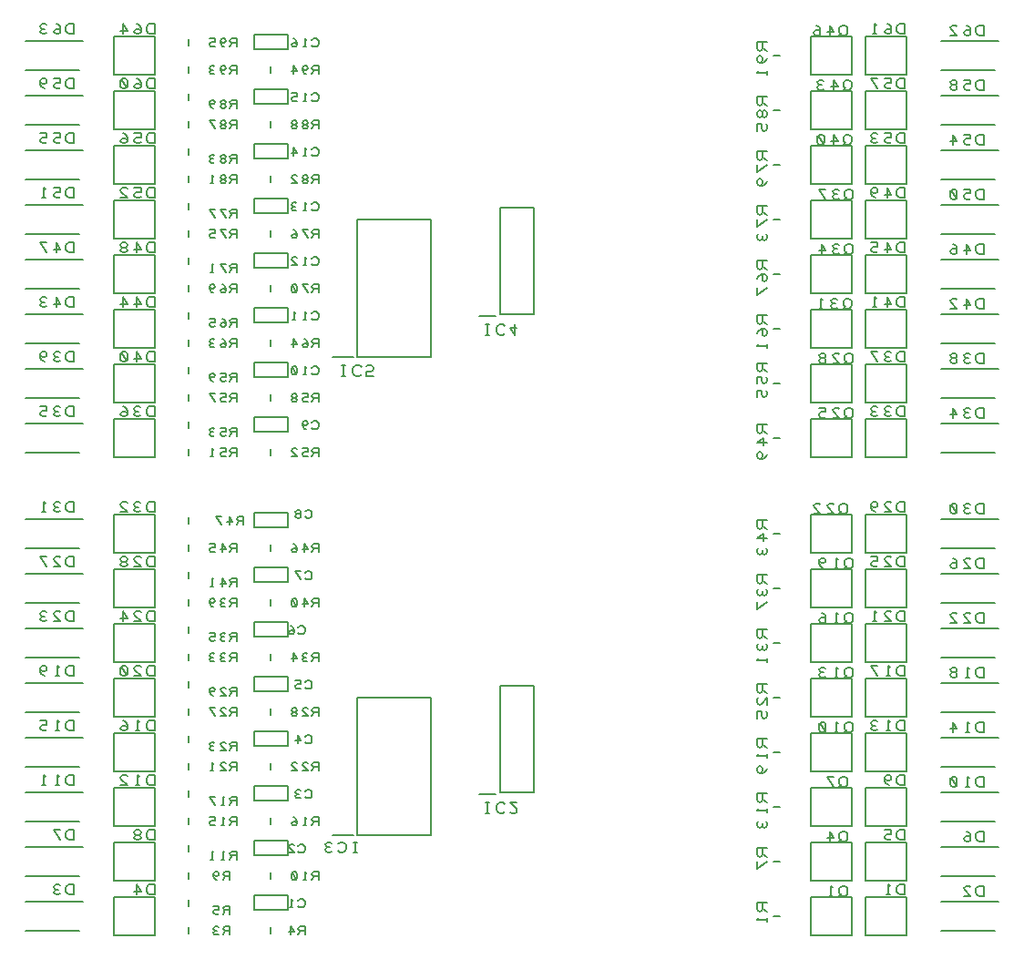
<source format=gbr>
G04 Easy-PC Gerber Version 25.0 Build 5877*
G04 #@! TF.Part,Single*
G04 #@! TF.FileFunction,Legend,Bot*
G04 #@! TF.FilePolarity,Positive*
%FSLAX35Y35*%
%MOIN*%
%ADD19C,0.00500*%
%ADD18C,0.00787*%
G04 #@! TD.AperFunction*
X0Y0D02*
D02*
D18*
X82907Y55565D02*
X104069D01*
X82907Y75565D02*
X104069D01*
X82907Y95565D02*
X104069D01*
X82907Y115565D02*
X104069D01*
X82907Y135565D02*
X104069D01*
X82907Y155565D02*
X104069D01*
X82907Y175565D02*
X104069D01*
X82907Y195565D02*
X104069D01*
X82907Y230565D02*
X104069D01*
X82907Y250565D02*
X104069D01*
X82907Y270565D02*
X104069D01*
X82907Y290565D02*
X104069D01*
X82907Y310565D02*
X104069D01*
X82907Y330565D02*
X104069D01*
X82907Y350565D02*
X104069D01*
X82907Y370565D02*
X104069D01*
X102593Y44935D02*
X82907D01*
X102593Y64935D02*
X82907D01*
X102593Y84935D02*
X82907D01*
X102593Y104935D02*
X82907D01*
X102593Y124935D02*
X82907D01*
X102593Y144935D02*
X82907D01*
X102593Y164935D02*
X82907D01*
X102593Y184935D02*
X82907D01*
X102593Y219935D02*
X82907D01*
X102593Y239935D02*
X82907D01*
X102593Y259935D02*
X82907D01*
X102593Y279935D02*
X82907D01*
X102593Y299935D02*
X82907D01*
X102593Y319935D02*
X82907D01*
X102593Y339935D02*
X82907D01*
X102593Y359935D02*
X82907D01*
X142750Y46431D02*
Y44069D01*
Y56431D02*
Y54069D01*
Y66431D02*
Y64069D01*
Y76431D02*
Y74069D01*
Y86431D02*
Y84069D01*
Y96431D02*
Y94069D01*
Y106431D02*
Y104069D01*
Y116431D02*
Y114069D01*
Y126431D02*
Y124069D01*
Y136431D02*
Y134069D01*
Y146431D02*
Y144069D01*
Y156431D02*
Y154069D01*
Y166431D02*
Y164069D01*
Y176431D02*
Y174069D01*
Y186431D02*
Y184069D01*
Y196431D02*
Y194069D01*
Y221431D02*
Y219069D01*
Y231431D02*
Y229069D01*
Y241431D02*
Y239069D01*
Y251431D02*
Y249069D01*
Y261431D02*
Y259069D01*
Y271431D02*
Y269069D01*
Y281431D02*
Y279069D01*
Y291431D02*
Y289069D01*
Y301431D02*
Y299069D01*
Y311431D02*
Y309069D01*
Y321431D02*
Y319069D01*
Y331431D02*
Y329069D01*
Y341431D02*
Y339069D01*
Y351431D02*
Y349069D01*
Y361431D02*
Y359069D01*
Y371431D02*
Y369069D01*
X172750Y44069D02*
Y46431D01*
Y64069D02*
Y66431D01*
Y84069D02*
Y86431D01*
Y104069D02*
Y106431D01*
Y124069D02*
Y126431D01*
Y144069D02*
Y146431D01*
Y164069D02*
Y166431D01*
Y184069D02*
Y186431D01*
Y219069D02*
Y221431D01*
Y239069D02*
Y241431D01*
Y259069D02*
Y261431D01*
Y279069D02*
Y281431D01*
Y299069D02*
Y301431D01*
Y319069D02*
Y321431D01*
Y339069D02*
Y341431D01*
Y359069D02*
Y361431D01*
X195309Y79994D02*
X202986D01*
X195309Y254994D02*
X202986D01*
X204364Y80053D02*
X231136D01*
Y130447D01*
X204364D01*
Y80053D01*
Y255053D02*
X231136D01*
Y305447D01*
X204364D01*
Y255053D01*
X248970Y94994D02*
X255073D01*
X248970Y269994D02*
X255073D01*
X256451Y95762D02*
X269049D01*
Y134738D01*
X256451D01*
Y95762D01*
Y270762D02*
X269049D01*
Y309738D01*
X256451D01*
Y270762D01*
X358931Y50250D02*
X356569D01*
X358931Y70250D02*
X356569D01*
X358931Y90250D02*
X356569D01*
X358931Y110250D02*
X356569D01*
X358931Y130250D02*
X356569D01*
X358931Y150250D02*
X356569D01*
X358931Y170250D02*
X356569D01*
X358931Y190250D02*
X356569D01*
X358931Y225250D02*
X356569D01*
X358931Y245250D02*
X356569D01*
X358931Y265250D02*
X356569D01*
X358931Y285250D02*
X356569D01*
X358931Y305250D02*
X356569D01*
X358931Y325250D02*
X356569D01*
X358931Y345250D02*
X356569D01*
X358931Y365250D02*
X356569D01*
X417907Y55565D02*
X439069D01*
X417907Y75565D02*
X439069D01*
X417907Y95565D02*
X439069D01*
X417907Y115565D02*
X439069D01*
X417907Y135565D02*
X439069D01*
X417907Y155565D02*
X439069D01*
X417907Y175565D02*
X439069D01*
X417907Y195565D02*
X439069D01*
X417907Y230565D02*
X439069D01*
X417907Y250565D02*
X439069D01*
X417907Y270565D02*
X439069D01*
X417907Y290565D02*
X439069D01*
X417907Y310565D02*
X439069D01*
X417907Y330565D02*
X439069D01*
X417907Y350565D02*
X439069D01*
X417907Y370565D02*
X439069D01*
X437593Y44935D02*
X417907D01*
X437593Y64935D02*
X417907D01*
X437593Y84935D02*
X417907D01*
X437593Y104935D02*
X417907D01*
X437593Y124935D02*
X417907D01*
X437593Y144935D02*
X417907D01*
X437593Y164935D02*
X417907D01*
X437593Y184935D02*
X417907D01*
X437593Y219935D02*
X417907D01*
X437593Y239935D02*
X417907D01*
X437593Y259935D02*
X417907D01*
X437593Y279935D02*
X417907D01*
X437593Y299935D02*
X417907D01*
X437593Y319935D02*
X417907D01*
X437593Y339935D02*
X417907D01*
X437593Y359935D02*
X417907D01*
D02*
D19*
X100750Y58187D02*
Y61937D01*
X98875D01*
X98250Y61625D01*
X97937Y61313D01*
X97625Y60687D01*
Y59437D01*
X97937Y58813D01*
X98250Y58500D01*
X98875Y58187D01*
X100750D01*
X95437Y58500D02*
X94813Y58187D01*
X94187D01*
X93563Y58500D01*
X93250Y59125D01*
X93563Y59750D01*
X94187Y60063D01*
X94813D01*
X94187D02*
X93563Y60375D01*
X93250Y61000D01*
X93563Y61625D01*
X94187Y61937D01*
X94813D01*
X95437Y61625D01*
X100750Y78187D02*
Y81937D01*
X98875D01*
X98250Y81625D01*
X97937Y81313D01*
X97625Y80687D01*
Y79437D01*
X97937Y78813D01*
X98250Y78500D01*
X98875Y78187D01*
X100750D01*
X95750D02*
X93250Y81937D01*
X95750D01*
X100750Y98187D02*
Y101937D01*
X98875D01*
X98250Y101625D01*
X97937Y101313D01*
X97625Y100687D01*
Y99437D01*
X97937Y98813D01*
X98250Y98500D01*
X98875Y98187D01*
X100750D01*
X95125D02*
X93875D01*
X94500D02*
Y101937D01*
X95125Y101313D01*
X90125Y98187D02*
X88875D01*
X89500D02*
Y101937D01*
X90125Y101313D01*
X100750Y118187D02*
Y121937D01*
X98875D01*
X98250Y121625D01*
X97937Y121313D01*
X97625Y120687D01*
Y119437D01*
X97937Y118813D01*
X98250Y118500D01*
X98875Y118187D01*
X100750D01*
X95125D02*
X93875D01*
X94500D02*
Y121937D01*
X95125Y121313D01*
X90750Y118500D02*
X90125Y118187D01*
X89187D01*
X88563Y118500D01*
X88250Y119125D01*
Y119437D01*
X88563Y120063D01*
X89187Y120375D01*
X90750D01*
Y121937D01*
X88250D01*
X100750Y138187D02*
Y141937D01*
X98875D01*
X98250Y141625D01*
X97937Y141313D01*
X97625Y140687D01*
Y139437D01*
X97937Y138813D01*
X98250Y138500D01*
X98875Y138187D01*
X100750D01*
X95125D02*
X93875D01*
X94500D02*
Y141937D01*
X95125Y141313D01*
X89813Y138187D02*
X89187Y138500D01*
X88563Y139125D01*
X88250Y140063D01*
Y141000D01*
X88563Y141625D01*
X89187Y141937D01*
X89813D01*
X90437Y141625D01*
X90750Y141000D01*
X90437Y140375D01*
X89813Y140063D01*
X89187D01*
X88563Y140375D01*
X88250Y141000D01*
X100750Y158187D02*
Y161937D01*
X98875D01*
X98250Y161625D01*
X97937Y161313D01*
X97625Y160687D01*
Y159437D01*
X97937Y158813D01*
X98250Y158500D01*
X98875Y158187D01*
X100750D01*
X93250D02*
X95750D01*
X93563Y160375D01*
X93250Y161000D01*
X93563Y161625D01*
X94187Y161937D01*
X95125D01*
X95750Y161625D01*
X90437Y158500D02*
X89813Y158187D01*
X89187D01*
X88563Y158500D01*
X88250Y159125D01*
X88563Y159750D01*
X89187Y160063D01*
X89813D01*
X89187D02*
X88563Y160375D01*
X88250Y161000D01*
X88563Y161625D01*
X89187Y161937D01*
X89813D01*
X90437Y161625D01*
X100750Y178187D02*
Y181937D01*
X98875D01*
X98250Y181625D01*
X97937Y181313D01*
X97625Y180687D01*
Y179437D01*
X97937Y178813D01*
X98250Y178500D01*
X98875Y178187D01*
X100750D01*
X93250D02*
X95750D01*
X93563Y180375D01*
X93250Y181000D01*
X93563Y181625D01*
X94187Y181937D01*
X95125D01*
X95750Y181625D01*
X90750Y178187D02*
X88250Y181937D01*
X90750D01*
X100750Y198187D02*
Y201937D01*
X98875D01*
X98250Y201625D01*
X97937Y201313D01*
X97625Y200687D01*
Y199437D01*
X97937Y198813D01*
X98250Y198500D01*
X98875Y198187D01*
X100750D01*
X95437Y198500D02*
X94813Y198187D01*
X94187D01*
X93563Y198500D01*
X93250Y199125D01*
X93563Y199750D01*
X94187Y200063D01*
X94813D01*
X94187D02*
X93563Y200375D01*
X93250Y201000D01*
X93563Y201625D01*
X94187Y201937D01*
X94813D01*
X95437Y201625D01*
X90125Y198187D02*
X88875D01*
X89500D02*
Y201937D01*
X90125Y201313D01*
X100750Y233187D02*
Y236937D01*
X98875D01*
X98250Y236625D01*
X97937Y236313D01*
X97625Y235687D01*
Y234437D01*
X97937Y233813D01*
X98250Y233500D01*
X98875Y233187D01*
X100750D01*
X95437Y233500D02*
X94813Y233187D01*
X94187D01*
X93563Y233500D01*
X93250Y234125D01*
X93563Y234750D01*
X94187Y235063D01*
X94813D01*
X94187D02*
X93563Y235375D01*
X93250Y236000D01*
X93563Y236625D01*
X94187Y236937D01*
X94813D01*
X95437Y236625D01*
X90750Y233500D02*
X90125Y233187D01*
X89187D01*
X88563Y233500D01*
X88250Y234125D01*
Y234437D01*
X88563Y235063D01*
X89187Y235375D01*
X90750D01*
Y236937D01*
X88250D01*
X100750Y253187D02*
Y256937D01*
X98875D01*
X98250Y256625D01*
X97937Y256313D01*
X97625Y255687D01*
Y254437D01*
X97937Y253813D01*
X98250Y253500D01*
X98875Y253187D01*
X100750D01*
X95437Y253500D02*
X94813Y253187D01*
X94187D01*
X93563Y253500D01*
X93250Y254125D01*
X93563Y254750D01*
X94187Y255063D01*
X94813D01*
X94187D02*
X93563Y255375D01*
X93250Y256000D01*
X93563Y256625D01*
X94187Y256937D01*
X94813D01*
X95437Y256625D01*
X89813Y253187D02*
X89187Y253500D01*
X88563Y254125D01*
X88250Y255063D01*
Y256000D01*
X88563Y256625D01*
X89187Y256937D01*
X89813D01*
X90437Y256625D01*
X90750Y256000D01*
X90437Y255375D01*
X89813Y255063D01*
X89187D01*
X88563Y255375D01*
X88250Y256000D01*
X100750Y273187D02*
Y276937D01*
X98875D01*
X98250Y276625D01*
X97937Y276313D01*
X97625Y275687D01*
Y274437D01*
X97937Y273813D01*
X98250Y273500D01*
X98875Y273187D01*
X100750D01*
X94187D02*
Y276937D01*
X95750Y274437D01*
X93250D01*
X90437Y273500D02*
X89813Y273187D01*
X89187D01*
X88563Y273500D01*
X88250Y274125D01*
X88563Y274750D01*
X89187Y275063D01*
X89813D01*
X89187D02*
X88563Y275375D01*
X88250Y276000D01*
X88563Y276625D01*
X89187Y276937D01*
X89813D01*
X90437Y276625D01*
X100750Y293187D02*
Y296937D01*
X98875D01*
X98250Y296625D01*
X97937Y296313D01*
X97625Y295687D01*
Y294437D01*
X97937Y293813D01*
X98250Y293500D01*
X98875Y293187D01*
X100750D01*
X94187D02*
Y296937D01*
X95750Y294437D01*
X93250D01*
X90750Y293187D02*
X88250Y296937D01*
X90750D01*
X100750Y313187D02*
Y316937D01*
X98875D01*
X98250Y316625D01*
X97937Y316313D01*
X97625Y315687D01*
Y314437D01*
X97937Y313813D01*
X98250Y313500D01*
X98875Y313187D01*
X100750D01*
X95750Y313500D02*
X95125Y313187D01*
X94187D01*
X93563Y313500D01*
X93250Y314125D01*
Y314437D01*
X93563Y315063D01*
X94187Y315375D01*
X95750D01*
Y316937D01*
X93250D01*
X90125Y313187D02*
X88875D01*
X89500D02*
Y316937D01*
X90125Y316313D01*
X100750Y333187D02*
Y336937D01*
X98875D01*
X98250Y336625D01*
X97937Y336313D01*
X97625Y335687D01*
Y334437D01*
X97937Y333813D01*
X98250Y333500D01*
X98875Y333187D01*
X100750D01*
X95750Y333500D02*
X95125Y333187D01*
X94187D01*
X93563Y333500D01*
X93250Y334125D01*
Y334437D01*
X93563Y335063D01*
X94187Y335375D01*
X95750D01*
Y336937D01*
X93250D01*
X90750Y333500D02*
X90125Y333187D01*
X89187D01*
X88563Y333500D01*
X88250Y334125D01*
Y334437D01*
X88563Y335063D01*
X89187Y335375D01*
X90750D01*
Y336937D01*
X88250D01*
X100750Y353187D02*
Y356937D01*
X98875D01*
X98250Y356625D01*
X97937Y356313D01*
X97625Y355687D01*
Y354437D01*
X97937Y353813D01*
X98250Y353500D01*
X98875Y353187D01*
X100750D01*
X95750Y353500D02*
X95125Y353187D01*
X94187D01*
X93563Y353500D01*
X93250Y354125D01*
Y354437D01*
X93563Y355063D01*
X94187Y355375D01*
X95750D01*
Y356937D01*
X93250D01*
X89813Y353187D02*
X89187Y353500D01*
X88563Y354125D01*
X88250Y355063D01*
Y356000D01*
X88563Y356625D01*
X89187Y356937D01*
X89813D01*
X90437Y356625D01*
X90750Y356000D01*
X90437Y355375D01*
X89813Y355063D01*
X89187D01*
X88563Y355375D01*
X88250Y356000D01*
X100750Y373187D02*
Y376937D01*
X98875D01*
X98250Y376625D01*
X97937Y376313D01*
X97625Y375687D01*
Y374437D01*
X97937Y373813D01*
X98250Y373500D01*
X98875Y373187D01*
X100750D01*
X95750Y374125D02*
X95437Y374750D01*
X94813Y375063D01*
X94187D01*
X93563Y374750D01*
X93250Y374125D01*
X93563Y373500D01*
X94187Y373187D01*
X94813D01*
X95437Y373500D01*
X95750Y374125D01*
Y375063D01*
X95437Y376000D01*
X94813Y376625D01*
X94187Y376937D01*
X90437Y373500D02*
X89813Y373187D01*
X89187D01*
X88563Y373500D01*
X88250Y374125D01*
X88563Y374750D01*
X89187Y375063D01*
X89813D01*
X89187D02*
X88563Y375375D01*
X88250Y376000D01*
X88563Y376625D01*
X89187Y376937D01*
X89813D01*
X90437Y376625D01*
X115250Y57250D02*
X130250D01*
Y43250D01*
X115250D01*
Y57150D01*
Y77250D02*
X130250D01*
Y63250D01*
X115250D01*
Y77150D01*
Y97250D02*
X130250D01*
Y83250D01*
X115250D01*
Y97150D01*
Y117250D02*
X130250D01*
Y103250D01*
X115250D01*
Y117150D01*
Y137250D02*
X130250D01*
Y123250D01*
X115250D01*
Y137150D01*
Y157250D02*
X130250D01*
Y143250D01*
X115250D01*
Y157150D01*
Y177250D02*
X130250D01*
Y163250D01*
X115250D01*
Y177150D01*
Y197250D02*
X130250D01*
Y183250D01*
X115250D01*
Y197150D01*
Y232250D02*
X130250D01*
Y218250D01*
X115250D01*
Y232150D01*
Y252250D02*
X130250D01*
Y238250D01*
X115250D01*
Y252150D01*
Y272250D02*
X130250D01*
Y258250D01*
X115250D01*
Y272150D01*
Y292250D02*
X130250D01*
Y278250D01*
X115250D01*
Y292150D01*
Y312250D02*
X130250D01*
Y298250D01*
X115250D01*
Y312150D01*
Y332250D02*
X130250D01*
Y318250D01*
X115250D01*
Y332150D01*
Y352250D02*
X130250D01*
Y338250D01*
X115250D01*
Y352150D01*
Y372250D02*
X130250D01*
Y358250D01*
X115250D01*
Y372150D01*
X130250Y58187D02*
Y61937D01*
X128375D01*
X127750Y61625D01*
X127437Y61313D01*
X127125Y60687D01*
Y59437D01*
X127437Y58813D01*
X127750Y58500D01*
X128375Y58187D01*
X130250D01*
X123687D02*
Y61937D01*
X125250Y59437D01*
X122750D01*
X130250Y78187D02*
Y81937D01*
X128375D01*
X127750Y81625D01*
X127437Y81313D01*
X127125Y80687D01*
Y79437D01*
X127437Y78813D01*
X127750Y78500D01*
X128375Y78187D01*
X130250D01*
X124313Y80063D02*
X123687D01*
X123063Y80375D01*
X122750Y81000D01*
X123063Y81625D01*
X123687Y81937D01*
X124313D01*
X124937Y81625D01*
X125250Y81000D01*
X124937Y80375D01*
X124313Y80063D01*
X124937Y79750D01*
X125250Y79125D01*
X124937Y78500D01*
X124313Y78187D01*
X123687D01*
X123063Y78500D01*
X122750Y79125D01*
X123063Y79750D01*
X123687Y80063D01*
X130250Y98187D02*
Y101937D01*
X128375D01*
X127750Y101625D01*
X127437Y101313D01*
X127125Y100687D01*
Y99437D01*
X127437Y98813D01*
X127750Y98500D01*
X128375Y98187D01*
X130250D01*
X124625D02*
X123375D01*
X124000D02*
Y101937D01*
X124625Y101313D01*
X117750Y98187D02*
X120250D01*
X118063Y100375D01*
X117750Y101000D01*
X118063Y101625D01*
X118687Y101937D01*
X119625D01*
X120250Y101625D01*
X130250Y118187D02*
Y121937D01*
X128375D01*
X127750Y121625D01*
X127437Y121313D01*
X127125Y120687D01*
Y119437D01*
X127437Y118813D01*
X127750Y118500D01*
X128375Y118187D01*
X130250D01*
X124625D02*
X123375D01*
X124000D02*
Y121937D01*
X124625Y121313D01*
X120250Y119125D02*
X119937Y119750D01*
X119313Y120063D01*
X118687D01*
X118063Y119750D01*
X117750Y119125D01*
X118063Y118500D01*
X118687Y118187D01*
X119313D01*
X119937Y118500D01*
X120250Y119125D01*
Y120063D01*
X119937Y121000D01*
X119313Y121625D01*
X118687Y121937D01*
X130250Y138187D02*
Y141937D01*
X128375D01*
X127750Y141625D01*
X127437Y141313D01*
X127125Y140687D01*
Y139437D01*
X127437Y138813D01*
X127750Y138500D01*
X128375Y138187D01*
X130250D01*
X122750D02*
X125250D01*
X123063Y140375D01*
X122750Y141000D01*
X123063Y141625D01*
X123687Y141937D01*
X124625D01*
X125250Y141625D01*
X119937Y138500D02*
X119313Y138187D01*
X118687D01*
X118063Y138500D01*
X117750Y139125D01*
Y141000D01*
X118063Y141625D01*
X118687Y141937D01*
X119313D01*
X119937Y141625D01*
X120250Y141000D01*
Y139125D01*
X119937Y138500D01*
X118063Y141625D01*
X130250Y158187D02*
Y161937D01*
X128375D01*
X127750Y161625D01*
X127437Y161313D01*
X127125Y160687D01*
Y159437D01*
X127437Y158813D01*
X127750Y158500D01*
X128375Y158187D01*
X130250D01*
X122750D02*
X125250D01*
X123063Y160375D01*
X122750Y161000D01*
X123063Y161625D01*
X123687Y161937D01*
X124625D01*
X125250Y161625D01*
X118687Y158187D02*
Y161937D01*
X120250Y159437D01*
X117750D01*
X130250Y178187D02*
Y181937D01*
X128375D01*
X127750Y181625D01*
X127437Y181313D01*
X127125Y180687D01*
Y179437D01*
X127437Y178813D01*
X127750Y178500D01*
X128375Y178187D01*
X130250D01*
X122750D02*
X125250D01*
X123063Y180375D01*
X122750Y181000D01*
X123063Y181625D01*
X123687Y181937D01*
X124625D01*
X125250Y181625D01*
X119313Y180063D02*
X118687D01*
X118063Y180375D01*
X117750Y181000D01*
X118063Y181625D01*
X118687Y181937D01*
X119313D01*
X119937Y181625D01*
X120250Y181000D01*
X119937Y180375D01*
X119313Y180063D01*
X119937Y179750D01*
X120250Y179125D01*
X119937Y178500D01*
X119313Y178187D01*
X118687D01*
X118063Y178500D01*
X117750Y179125D01*
X118063Y179750D01*
X118687Y180063D01*
X130250Y198187D02*
Y201937D01*
X128375D01*
X127750Y201625D01*
X127437Y201313D01*
X127125Y200687D01*
Y199437D01*
X127437Y198813D01*
X127750Y198500D01*
X128375Y198187D01*
X130250D01*
X124937Y198500D02*
X124313Y198187D01*
X123687D01*
X123063Y198500D01*
X122750Y199125D01*
X123063Y199750D01*
X123687Y200063D01*
X124313D01*
X123687D02*
X123063Y200375D01*
X122750Y201000D01*
X123063Y201625D01*
X123687Y201937D01*
X124313D01*
X124937Y201625D01*
X117750Y198187D02*
X120250D01*
X118063Y200375D01*
X117750Y201000D01*
X118063Y201625D01*
X118687Y201937D01*
X119625D01*
X120250Y201625D01*
X130250Y233187D02*
Y236937D01*
X128375D01*
X127750Y236625D01*
X127437Y236313D01*
X127125Y235687D01*
Y234437D01*
X127437Y233813D01*
X127750Y233500D01*
X128375Y233187D01*
X130250D01*
X124937Y233500D02*
X124313Y233187D01*
X123687D01*
X123063Y233500D01*
X122750Y234125D01*
X123063Y234750D01*
X123687Y235063D01*
X124313D01*
X123687D02*
X123063Y235375D01*
X122750Y236000D01*
X123063Y236625D01*
X123687Y236937D01*
X124313D01*
X124937Y236625D01*
X120250Y234125D02*
X119937Y234750D01*
X119313Y235063D01*
X118687D01*
X118063Y234750D01*
X117750Y234125D01*
X118063Y233500D01*
X118687Y233187D01*
X119313D01*
X119937Y233500D01*
X120250Y234125D01*
Y235063D01*
X119937Y236000D01*
X119313Y236625D01*
X118687Y236937D01*
X130250Y253187D02*
Y256937D01*
X128375D01*
X127750Y256625D01*
X127437Y256313D01*
X127125Y255687D01*
Y254437D01*
X127437Y253813D01*
X127750Y253500D01*
X128375Y253187D01*
X130250D01*
X123687D02*
Y256937D01*
X125250Y254437D01*
X122750D01*
X119937Y253500D02*
X119313Y253187D01*
X118687D01*
X118063Y253500D01*
X117750Y254125D01*
Y256000D01*
X118063Y256625D01*
X118687Y256937D01*
X119313D01*
X119937Y256625D01*
X120250Y256000D01*
Y254125D01*
X119937Y253500D01*
X118063Y256625D01*
X130250Y273187D02*
Y276937D01*
X128375D01*
X127750Y276625D01*
X127437Y276313D01*
X127125Y275687D01*
Y274437D01*
X127437Y273813D01*
X127750Y273500D01*
X128375Y273187D01*
X130250D01*
X123687D02*
Y276937D01*
X125250Y274437D01*
X122750D01*
X118687Y273187D02*
Y276937D01*
X120250Y274437D01*
X117750D01*
X130250Y293187D02*
Y296937D01*
X128375D01*
X127750Y296625D01*
X127437Y296313D01*
X127125Y295687D01*
Y294437D01*
X127437Y293813D01*
X127750Y293500D01*
X128375Y293187D01*
X130250D01*
X123687D02*
Y296937D01*
X125250Y294437D01*
X122750D01*
X119313Y295063D02*
X118687D01*
X118063Y295375D01*
X117750Y296000D01*
X118063Y296625D01*
X118687Y296937D01*
X119313D01*
X119937Y296625D01*
X120250Y296000D01*
X119937Y295375D01*
X119313Y295063D01*
X119937Y294750D01*
X120250Y294125D01*
X119937Y293500D01*
X119313Y293187D01*
X118687D01*
X118063Y293500D01*
X117750Y294125D01*
X118063Y294750D01*
X118687Y295063D01*
X130250Y313187D02*
Y316937D01*
X128375D01*
X127750Y316625D01*
X127437Y316313D01*
X127125Y315687D01*
Y314437D01*
X127437Y313813D01*
X127750Y313500D01*
X128375Y313187D01*
X130250D01*
X125250Y313500D02*
X124625Y313187D01*
X123687D01*
X123063Y313500D01*
X122750Y314125D01*
Y314437D01*
X123063Y315063D01*
X123687Y315375D01*
X125250D01*
Y316937D01*
X122750D01*
X117750Y313187D02*
X120250D01*
X118063Y315375D01*
X117750Y316000D01*
X118063Y316625D01*
X118687Y316937D01*
X119625D01*
X120250Y316625D01*
X130250Y333187D02*
Y336937D01*
X128375D01*
X127750Y336625D01*
X127437Y336313D01*
X127125Y335687D01*
Y334437D01*
X127437Y333813D01*
X127750Y333500D01*
X128375Y333187D01*
X130250D01*
X125250Y333500D02*
X124625Y333187D01*
X123687D01*
X123063Y333500D01*
X122750Y334125D01*
Y334437D01*
X123063Y335063D01*
X123687Y335375D01*
X125250D01*
Y336937D01*
X122750D01*
X120250Y334125D02*
X119937Y334750D01*
X119313Y335063D01*
X118687D01*
X118063Y334750D01*
X117750Y334125D01*
X118063Y333500D01*
X118687Y333187D01*
X119313D01*
X119937Y333500D01*
X120250Y334125D01*
Y335063D01*
X119937Y336000D01*
X119313Y336625D01*
X118687Y336937D01*
X130250Y353187D02*
Y356937D01*
X128375D01*
X127750Y356625D01*
X127437Y356313D01*
X127125Y355687D01*
Y354437D01*
X127437Y353813D01*
X127750Y353500D01*
X128375Y353187D01*
X130250D01*
X125250Y354125D02*
X124937Y354750D01*
X124313Y355063D01*
X123687D01*
X123063Y354750D01*
X122750Y354125D01*
X123063Y353500D01*
X123687Y353187D01*
X124313D01*
X124937Y353500D01*
X125250Y354125D01*
Y355063D01*
X124937Y356000D01*
X124313Y356625D01*
X123687Y356937D01*
X119937Y353500D02*
X119313Y353187D01*
X118687D01*
X118063Y353500D01*
X117750Y354125D01*
Y356000D01*
X118063Y356625D01*
X118687Y356937D01*
X119313D01*
X119937Y356625D01*
X120250Y356000D01*
Y354125D01*
X119937Y353500D01*
X118063Y356625D01*
X130250Y373187D02*
Y376937D01*
X128375D01*
X127750Y376625D01*
X127437Y376313D01*
X127125Y375687D01*
Y374437D01*
X127437Y373813D01*
X127750Y373500D01*
X128375Y373187D01*
X130250D01*
X125250Y374125D02*
X124937Y374750D01*
X124313Y375063D01*
X123687D01*
X123063Y374750D01*
X122750Y374125D01*
X123063Y373500D01*
X123687Y373187D01*
X124313D01*
X124937Y373500D01*
X125250Y374125D01*
Y375063D01*
X124937Y376000D01*
X124313Y376625D01*
X123687Y376937D01*
X118687Y373187D02*
Y376937D01*
X120250Y374437D01*
X117750D01*
X157750Y43500D02*
Y46500D01*
X156000D01*
X155500Y46250D01*
X155250Y45750D01*
X155500Y45250D01*
X156000Y45000D01*
X157750D01*
X156000D02*
X155250Y43500D01*
X153500Y43750D02*
X153000Y43500D01*
X152500D01*
X152000Y43750D01*
X151750Y44250D01*
X152000Y44750D01*
X152500Y45000D01*
X153000D01*
X152500D02*
X152000Y45250D01*
X151750Y45750D01*
X152000Y46250D01*
X152500Y46500D01*
X153000D01*
X153500Y46250D01*
X157750Y51000D02*
Y54000D01*
X156000D01*
X155500Y53750D01*
X155250Y53250D01*
X155500Y52750D01*
X156000Y52500D01*
X157750D01*
X156000D02*
X155250Y51000D01*
X153750Y51250D02*
X153250Y51000D01*
X152500D01*
X152000Y51250D01*
X151750Y51750D01*
Y52000D01*
X152000Y52500D01*
X152500Y52750D01*
X153750D01*
Y54000D01*
X151750D01*
X157750Y63500D02*
Y66500D01*
X156000D01*
X155500Y66250D01*
X155250Y65750D01*
X155500Y65250D01*
X156000Y65000D01*
X157750D01*
X156000D02*
X155250Y63500D01*
X153000D02*
X152500Y63750D01*
X152000Y64250D01*
X151750Y65000D01*
Y65750D01*
X152000Y66250D01*
X152500Y66500D01*
X153000D01*
X153500Y66250D01*
X153750Y65750D01*
X153500Y65250D01*
X153000Y65000D01*
X152500D01*
X152000Y65250D01*
X151750Y65750D01*
X160250Y71000D02*
Y74000D01*
X158500D01*
X158000Y73750D01*
X157750Y73250D01*
X158000Y72750D01*
X158500Y72500D01*
X160250D01*
X158500D02*
X157750Y71000D01*
X155750D02*
X154750D01*
X155250D02*
Y74000D01*
X155750Y73500D01*
X151750Y71000D02*
X150750D01*
X151250D02*
Y74000D01*
X151750Y73500D01*
X160250Y83500D02*
Y86500D01*
X158500D01*
X158000Y86250D01*
X157750Y85750D01*
X158000Y85250D01*
X158500Y85000D01*
X160250D01*
X158500D02*
X157750Y83500D01*
X155750D02*
X154750D01*
X155250D02*
Y86500D01*
X155750Y86000D01*
X152250Y83750D02*
X151750Y83500D01*
X151000D01*
X150500Y83750D01*
X150250Y84250D01*
Y84500D01*
X150500Y85000D01*
X151000Y85250D01*
X152250D01*
Y86500D01*
X150250D01*
X160250Y91000D02*
Y94000D01*
X158500D01*
X158000Y93750D01*
X157750Y93250D01*
X158000Y92750D01*
X158500Y92500D01*
X160250D01*
X158500D02*
X157750Y91000D01*
X155750D02*
X154750D01*
X155250D02*
Y94000D01*
X155750Y93500D01*
X152250Y91000D02*
X150250Y94000D01*
X152250D01*
X160250Y103500D02*
Y106500D01*
X158500D01*
X158000Y106250D01*
X157750Y105750D01*
X158000Y105250D01*
X158500Y105000D01*
X160250D01*
X158500D02*
X157750Y103500D01*
X154250D02*
X156250D01*
X154500Y105250D01*
X154250Y105750D01*
X154500Y106250D01*
X155000Y106500D01*
X155750D01*
X156250Y106250D01*
X151750Y103500D02*
X150750D01*
X151250D02*
Y106500D01*
X151750Y106000D01*
X160250Y111000D02*
Y114000D01*
X158500D01*
X158000Y113750D01*
X157750Y113250D01*
X158000Y112750D01*
X158500Y112500D01*
X160250D01*
X158500D02*
X157750Y111000D01*
X154250D02*
X156250D01*
X154500Y112750D01*
X154250Y113250D01*
X154500Y113750D01*
X155000Y114000D01*
X155750D01*
X156250Y113750D01*
X152000Y111250D02*
X151500Y111000D01*
X151000D01*
X150500Y111250D01*
X150250Y111750D01*
X150500Y112250D01*
X151000Y112500D01*
X151500D01*
X151000D02*
X150500Y112750D01*
X150250Y113250D01*
X150500Y113750D01*
X151000Y114000D01*
X151500D01*
X152000Y113750D01*
X160250Y123500D02*
Y126500D01*
X158500D01*
X158000Y126250D01*
X157750Y125750D01*
X158000Y125250D01*
X158500Y125000D01*
X160250D01*
X158500D02*
X157750Y123500D01*
X154250D02*
X156250D01*
X154500Y125250D01*
X154250Y125750D01*
X154500Y126250D01*
X155000Y126500D01*
X155750D01*
X156250Y126250D01*
X152250Y123500D02*
X150250Y126500D01*
X152250D01*
X160250Y131000D02*
Y134000D01*
X158500D01*
X158000Y133750D01*
X157750Y133250D01*
X158000Y132750D01*
X158500Y132500D01*
X160250D01*
X158500D02*
X157750Y131000D01*
X154250D02*
X156250D01*
X154500Y132750D01*
X154250Y133250D01*
X154500Y133750D01*
X155000Y134000D01*
X155750D01*
X156250Y133750D01*
X151500Y131000D02*
X151000Y131250D01*
X150500Y131750D01*
X150250Y132500D01*
Y133250D01*
X150500Y133750D01*
X151000Y134000D01*
X151500D01*
X152000Y133750D01*
X152250Y133250D01*
X152000Y132750D01*
X151500Y132500D01*
X151000D01*
X150500Y132750D01*
X150250Y133250D01*
X160250Y143500D02*
Y146500D01*
X158500D01*
X158000Y146250D01*
X157750Y145750D01*
X158000Y145250D01*
X158500Y145000D01*
X160250D01*
X158500D02*
X157750Y143500D01*
X156000Y143750D02*
X155500Y143500D01*
X155000D01*
X154500Y143750D01*
X154250Y144250D01*
X154500Y144750D01*
X155000Y145000D01*
X155500D01*
X155000D02*
X154500Y145250D01*
X154250Y145750D01*
X154500Y146250D01*
X155000Y146500D01*
X155500D01*
X156000Y146250D01*
X152000Y143750D02*
X151500Y143500D01*
X151000D01*
X150500Y143750D01*
X150250Y144250D01*
X150500Y144750D01*
X151000Y145000D01*
X151500D01*
X151000D02*
X150500Y145250D01*
X150250Y145750D01*
X150500Y146250D01*
X151000Y146500D01*
X151500D01*
X152000Y146250D01*
X160250Y151000D02*
Y154000D01*
X158500D01*
X158000Y153750D01*
X157750Y153250D01*
X158000Y152750D01*
X158500Y152500D01*
X160250D01*
X158500D02*
X157750Y151000D01*
X156000Y151250D02*
X155500Y151000D01*
X155000D01*
X154500Y151250D01*
X154250Y151750D01*
X154500Y152250D01*
X155000Y152500D01*
X155500D01*
X155000D02*
X154500Y152750D01*
X154250Y153250D01*
X154500Y153750D01*
X155000Y154000D01*
X155500D01*
X156000Y153750D01*
X152250Y151250D02*
X151750Y151000D01*
X151000D01*
X150500Y151250D01*
X150250Y151750D01*
Y152000D01*
X150500Y152500D01*
X151000Y152750D01*
X152250D01*
Y154000D01*
X150250D01*
X160250Y163500D02*
Y166500D01*
X158500D01*
X158000Y166250D01*
X157750Y165750D01*
X158000Y165250D01*
X158500Y165000D01*
X160250D01*
X158500D02*
X157750Y163500D01*
X156000Y163750D02*
X155500Y163500D01*
X155000D01*
X154500Y163750D01*
X154250Y164250D01*
X154500Y164750D01*
X155000Y165000D01*
X155500D01*
X155000D02*
X154500Y165250D01*
X154250Y165750D01*
X154500Y166250D01*
X155000Y166500D01*
X155500D01*
X156000Y166250D01*
X151500Y163500D02*
X151000Y163750D01*
X150500Y164250D01*
X150250Y165000D01*
Y165750D01*
X150500Y166250D01*
X151000Y166500D01*
X151500D01*
X152000Y166250D01*
X152250Y165750D01*
X152000Y165250D01*
X151500Y165000D01*
X151000D01*
X150500Y165250D01*
X150250Y165750D01*
X160250Y171000D02*
Y174000D01*
X158500D01*
X158000Y173750D01*
X157750Y173250D01*
X158000Y172750D01*
X158500Y172500D01*
X160250D01*
X158500D02*
X157750Y171000D01*
X155000D02*
Y174000D01*
X156250Y172000D01*
X154250D01*
X151750Y171000D02*
X150750D01*
X151250D02*
Y174000D01*
X151750Y173500D01*
X160250Y183500D02*
Y186500D01*
X158500D01*
X158000Y186250D01*
X157750Y185750D01*
X158000Y185250D01*
X158500Y185000D01*
X160250D01*
X158500D02*
X157750Y183500D01*
X155000D02*
Y186500D01*
X156250Y184500D01*
X154250D01*
X152250Y183750D02*
X151750Y183500D01*
X151000D01*
X150500Y183750D01*
X150250Y184250D01*
Y184500D01*
X150500Y185000D01*
X151000Y185250D01*
X152250D01*
Y186500D01*
X150250D01*
X160250Y218500D02*
Y221500D01*
X158500D01*
X158000Y221250D01*
X157750Y220750D01*
X158000Y220250D01*
X158500Y220000D01*
X160250D01*
X158500D02*
X157750Y218500D01*
X156250Y218750D02*
X155750Y218500D01*
X155000D01*
X154500Y218750D01*
X154250Y219250D01*
Y219500D01*
X154500Y220000D01*
X155000Y220250D01*
X156250D01*
Y221500D01*
X154250D01*
X151750Y218500D02*
X150750D01*
X151250D02*
Y221500D01*
X151750Y221000D01*
X160250Y226000D02*
Y229000D01*
X158500D01*
X158000Y228750D01*
X157750Y228250D01*
X158000Y227750D01*
X158500Y227500D01*
X160250D01*
X158500D02*
X157750Y226000D01*
X156250Y226250D02*
X155750Y226000D01*
X155000D01*
X154500Y226250D01*
X154250Y226750D01*
Y227000D01*
X154500Y227500D01*
X155000Y227750D01*
X156250D01*
Y229000D01*
X154250D01*
X152000Y226250D02*
X151500Y226000D01*
X151000D01*
X150500Y226250D01*
X150250Y226750D01*
X150500Y227250D01*
X151000Y227500D01*
X151500D01*
X151000D02*
X150500Y227750D01*
X150250Y228250D01*
X150500Y228750D01*
X151000Y229000D01*
X151500D01*
X152000Y228750D01*
X160250Y238500D02*
Y241500D01*
X158500D01*
X158000Y241250D01*
X157750Y240750D01*
X158000Y240250D01*
X158500Y240000D01*
X160250D01*
X158500D02*
X157750Y238500D01*
X156250Y238750D02*
X155750Y238500D01*
X155000D01*
X154500Y238750D01*
X154250Y239250D01*
Y239500D01*
X154500Y240000D01*
X155000Y240250D01*
X156250D01*
Y241500D01*
X154250D01*
X152250Y238500D02*
X150250Y241500D01*
X152250D01*
X160250Y246000D02*
Y249000D01*
X158500D01*
X158000Y248750D01*
X157750Y248250D01*
X158000Y247750D01*
X158500Y247500D01*
X160250D01*
X158500D02*
X157750Y246000D01*
X156250Y246250D02*
X155750Y246000D01*
X155000D01*
X154500Y246250D01*
X154250Y246750D01*
Y247000D01*
X154500Y247500D01*
X155000Y247750D01*
X156250D01*
Y249000D01*
X154250D01*
X151500Y246000D02*
X151000Y246250D01*
X150500Y246750D01*
X150250Y247500D01*
Y248250D01*
X150500Y248750D01*
X151000Y249000D01*
X151500D01*
X152000Y248750D01*
X152250Y248250D01*
X152000Y247750D01*
X151500Y247500D01*
X151000D01*
X150500Y247750D01*
X150250Y248250D01*
X160250Y258500D02*
Y261500D01*
X158500D01*
X158000Y261250D01*
X157750Y260750D01*
X158000Y260250D01*
X158500Y260000D01*
X160250D01*
X158500D02*
X157750Y258500D01*
X156250Y259250D02*
X156000Y259750D01*
X155500Y260000D01*
X155000D01*
X154500Y259750D01*
X154250Y259250D01*
X154500Y258750D01*
X155000Y258500D01*
X155500D01*
X156000Y258750D01*
X156250Y259250D01*
Y260000D01*
X156000Y260750D01*
X155500Y261250D01*
X155000Y261500D01*
X152000Y258750D02*
X151500Y258500D01*
X151000D01*
X150500Y258750D01*
X150250Y259250D01*
X150500Y259750D01*
X151000Y260000D01*
X151500D01*
X151000D02*
X150500Y260250D01*
X150250Y260750D01*
X150500Y261250D01*
X151000Y261500D01*
X151500D01*
X152000Y261250D01*
X160250Y266000D02*
Y269000D01*
X158500D01*
X158000Y268750D01*
X157750Y268250D01*
X158000Y267750D01*
X158500Y267500D01*
X160250D01*
X158500D02*
X157750Y266000D01*
X156250Y266750D02*
X156000Y267250D01*
X155500Y267500D01*
X155000D01*
X154500Y267250D01*
X154250Y266750D01*
X154500Y266250D01*
X155000Y266000D01*
X155500D01*
X156000Y266250D01*
X156250Y266750D01*
Y267500D01*
X156000Y268250D01*
X155500Y268750D01*
X155000Y269000D01*
X152250Y266250D02*
X151750Y266000D01*
X151000D01*
X150500Y266250D01*
X150250Y266750D01*
Y267000D01*
X150500Y267500D01*
X151000Y267750D01*
X152250D01*
Y269000D01*
X150250D01*
X160250Y278500D02*
Y281500D01*
X158500D01*
X158000Y281250D01*
X157750Y280750D01*
X158000Y280250D01*
X158500Y280000D01*
X160250D01*
X158500D02*
X157750Y278500D01*
X156250Y279250D02*
X156000Y279750D01*
X155500Y280000D01*
X155000D01*
X154500Y279750D01*
X154250Y279250D01*
X154500Y278750D01*
X155000Y278500D01*
X155500D01*
X156000Y278750D01*
X156250Y279250D01*
Y280000D01*
X156000Y280750D01*
X155500Y281250D01*
X155000Y281500D01*
X151500Y278500D02*
X151000Y278750D01*
X150500Y279250D01*
X150250Y280000D01*
Y280750D01*
X150500Y281250D01*
X151000Y281500D01*
X151500D01*
X152000Y281250D01*
X152250Y280750D01*
X152000Y280250D01*
X151500Y280000D01*
X151000D01*
X150500Y280250D01*
X150250Y280750D01*
X160250Y286000D02*
Y289000D01*
X158500D01*
X158000Y288750D01*
X157750Y288250D01*
X158000Y287750D01*
X158500Y287500D01*
X160250D01*
X158500D02*
X157750Y286000D01*
X156250D02*
X154250Y289000D01*
X156250D01*
X151750Y286000D02*
X150750D01*
X151250D02*
Y289000D01*
X151750Y288500D01*
X160250Y298500D02*
Y301500D01*
X158500D01*
X158000Y301250D01*
X157750Y300750D01*
X158000Y300250D01*
X158500Y300000D01*
X160250D01*
X158500D02*
X157750Y298500D01*
X156250D02*
X154250Y301500D01*
X156250D01*
X152250Y298750D02*
X151750Y298500D01*
X151000D01*
X150500Y298750D01*
X150250Y299250D01*
Y299500D01*
X150500Y300000D01*
X151000Y300250D01*
X152250D01*
Y301500D01*
X150250D01*
X160250Y306000D02*
Y309000D01*
X158500D01*
X158000Y308750D01*
X157750Y308250D01*
X158000Y307750D01*
X158500Y307500D01*
X160250D01*
X158500D02*
X157750Y306000D01*
X156250D02*
X154250Y309000D01*
X156250D01*
X152250Y306000D02*
X150250Y309000D01*
X152250D01*
X160250Y318500D02*
Y321500D01*
X158500D01*
X158000Y321250D01*
X157750Y320750D01*
X158000Y320250D01*
X158500Y320000D01*
X160250D01*
X158500D02*
X157750Y318500D01*
X155500Y320000D02*
X155000D01*
X154500Y320250D01*
X154250Y320750D01*
X154500Y321250D01*
X155000Y321500D01*
X155500D01*
X156000Y321250D01*
X156250Y320750D01*
X156000Y320250D01*
X155500Y320000D01*
X156000Y319750D01*
X156250Y319250D01*
X156000Y318750D01*
X155500Y318500D01*
X155000D01*
X154500Y318750D01*
X154250Y319250D01*
X154500Y319750D01*
X155000Y320000D01*
X151750Y318500D02*
X150750D01*
X151250D02*
Y321500D01*
X151750Y321000D01*
X160250Y326000D02*
Y329000D01*
X158500D01*
X158000Y328750D01*
X157750Y328250D01*
X158000Y327750D01*
X158500Y327500D01*
X160250D01*
X158500D02*
X157750Y326000D01*
X155500Y327500D02*
X155000D01*
X154500Y327750D01*
X154250Y328250D01*
X154500Y328750D01*
X155000Y329000D01*
X155500D01*
X156000Y328750D01*
X156250Y328250D01*
X156000Y327750D01*
X155500Y327500D01*
X156000Y327250D01*
X156250Y326750D01*
X156000Y326250D01*
X155500Y326000D01*
X155000D01*
X154500Y326250D01*
X154250Y326750D01*
X154500Y327250D01*
X155000Y327500D01*
X152000Y326250D02*
X151500Y326000D01*
X151000D01*
X150500Y326250D01*
X150250Y326750D01*
X150500Y327250D01*
X151000Y327500D01*
X151500D01*
X151000D02*
X150500Y327750D01*
X150250Y328250D01*
X150500Y328750D01*
X151000Y329000D01*
X151500D01*
X152000Y328750D01*
X160250Y338500D02*
Y341500D01*
X158500D01*
X158000Y341250D01*
X157750Y340750D01*
X158000Y340250D01*
X158500Y340000D01*
X160250D01*
X158500D02*
X157750Y338500D01*
X155500Y340000D02*
X155000D01*
X154500Y340250D01*
X154250Y340750D01*
X154500Y341250D01*
X155000Y341500D01*
X155500D01*
X156000Y341250D01*
X156250Y340750D01*
X156000Y340250D01*
X155500Y340000D01*
X156000Y339750D01*
X156250Y339250D01*
X156000Y338750D01*
X155500Y338500D01*
X155000D01*
X154500Y338750D01*
X154250Y339250D01*
X154500Y339750D01*
X155000Y340000D01*
X152250Y338500D02*
X150250Y341500D01*
X152250D01*
X160250Y346000D02*
Y349000D01*
X158500D01*
X158000Y348750D01*
X157750Y348250D01*
X158000Y347750D01*
X158500Y347500D01*
X160250D01*
X158500D02*
X157750Y346000D01*
X155500Y347500D02*
X155000D01*
X154500Y347750D01*
X154250Y348250D01*
X154500Y348750D01*
X155000Y349000D01*
X155500D01*
X156000Y348750D01*
X156250Y348250D01*
X156000Y347750D01*
X155500Y347500D01*
X156000Y347250D01*
X156250Y346750D01*
X156000Y346250D01*
X155500Y346000D01*
X155000D01*
X154500Y346250D01*
X154250Y346750D01*
X154500Y347250D01*
X155000Y347500D01*
X151500Y346000D02*
X151000Y346250D01*
X150500Y346750D01*
X150250Y347500D01*
Y348250D01*
X150500Y348750D01*
X151000Y349000D01*
X151500D01*
X152000Y348750D01*
X152250Y348250D01*
X152000Y347750D01*
X151500Y347500D01*
X151000D01*
X150500Y347750D01*
X150250Y348250D01*
X160250Y358500D02*
Y361500D01*
X158500D01*
X158000Y361250D01*
X157750Y360750D01*
X158000Y360250D01*
X158500Y360000D01*
X160250D01*
X158500D02*
X157750Y358500D01*
X155500D02*
X155000Y358750D01*
X154500Y359250D01*
X154250Y360000D01*
Y360750D01*
X154500Y361250D01*
X155000Y361500D01*
X155500D01*
X156000Y361250D01*
X156250Y360750D01*
X156000Y360250D01*
X155500Y360000D01*
X155000D01*
X154500Y360250D01*
X154250Y360750D01*
X152000Y358750D02*
X151500Y358500D01*
X151000D01*
X150500Y358750D01*
X150250Y359250D01*
X150500Y359750D01*
X151000Y360000D01*
X151500D01*
X151000D02*
X150500Y360250D01*
X150250Y360750D01*
X150500Y361250D01*
X151000Y361500D01*
X151500D01*
X152000Y361250D01*
X160250Y368500D02*
Y371500D01*
X158500D01*
X158000Y371250D01*
X157750Y370750D01*
X158000Y370250D01*
X158500Y370000D01*
X160250D01*
X158500D02*
X157750Y368500D01*
X155500D02*
X155000Y368750D01*
X154500Y369250D01*
X154250Y370000D01*
Y370750D01*
X154500Y371250D01*
X155000Y371500D01*
X155500D01*
X156000Y371250D01*
X156250Y370750D01*
X156000Y370250D01*
X155500Y370000D01*
X155000D01*
X154500Y370250D01*
X154250Y370750D01*
X152250Y368750D02*
X151750Y368500D01*
X151000D01*
X150500Y368750D01*
X150250Y369250D01*
Y369500D01*
X150500Y370000D01*
X151000Y370250D01*
X152250D01*
Y371500D01*
X150250D01*
X162750Y193500D02*
Y196500D01*
X161000D01*
X160500Y196250D01*
X160250Y195750D01*
X160500Y195250D01*
X161000Y195000D01*
X162750D01*
X161000D02*
X160250Y193500D01*
X157500D02*
Y196500D01*
X158750Y194500D01*
X156750D01*
X154750Y193500D02*
X152750Y196500D01*
X154750D01*
X178900Y52600D02*
Y57900D01*
X166600D01*
Y52600D01*
X178900D01*
Y72600D02*
Y77900D01*
X166600D01*
Y72600D01*
X178900D01*
Y92600D02*
Y97900D01*
X166600D01*
Y92600D01*
X178900D01*
Y112600D02*
Y117900D01*
X166600D01*
Y112600D01*
X178900D01*
Y132600D02*
Y137900D01*
X166600D01*
Y132600D01*
X178900D01*
Y152600D02*
Y157900D01*
X166600D01*
Y152600D01*
X178900D01*
Y172600D02*
Y177900D01*
X166600D01*
Y172600D01*
X178900D01*
Y192600D02*
Y197900D01*
X166600D01*
Y192600D01*
X178900D01*
Y227600D02*
Y232900D01*
X166600D01*
Y227600D01*
X178900D01*
Y247600D02*
Y252900D01*
X166600D01*
Y247600D01*
X178900D01*
Y267600D02*
Y272900D01*
X166600D01*
Y267600D01*
X178900D01*
Y287600D02*
Y292900D01*
X166600D01*
Y287600D01*
X178900D01*
Y307600D02*
Y312900D01*
X166600D01*
Y307600D01*
X178900D01*
Y327600D02*
Y332900D01*
X166600D01*
Y327600D01*
X178900D01*
Y347600D02*
Y352900D01*
X166600D01*
Y347600D01*
X178900D01*
Y367600D02*
Y372900D01*
X166600D01*
Y367600D01*
X178900D01*
X185250Y43500D02*
Y46500D01*
X183500D01*
X183000Y46250D01*
X182750Y45750D01*
X183000Y45250D01*
X183500Y45000D01*
X185250D01*
X183500D02*
X182750Y43500D01*
X180000D02*
Y46500D01*
X181250Y44500D01*
X179250D01*
X182750Y54000D02*
X183000Y53750D01*
X183500Y53500D01*
X184250D01*
X184750Y53750D01*
X185000Y54000D01*
X185250Y54500D01*
Y55500D01*
X185000Y56000D01*
X184750Y56250D01*
X184250Y56500D01*
X183500D01*
X183000Y56250D01*
X182750Y56000D01*
X180750Y53500D02*
X179750D01*
X180250D02*
Y56500D01*
X180750Y56000D01*
X182750Y74000D02*
X183000Y73750D01*
X183500Y73500D01*
X184250D01*
X184750Y73750D01*
X185000Y74000D01*
X185250Y74500D01*
Y75500D01*
X185000Y76000D01*
X184750Y76250D01*
X184250Y76500D01*
X183500D01*
X183000Y76250D01*
X182750Y76000D01*
X179250Y73500D02*
X181250D01*
X179500Y75250D01*
X179250Y75750D01*
X179500Y76250D01*
X180000Y76500D01*
X180750D01*
X181250Y76250D01*
X182750Y154000D02*
X183000Y153750D01*
X183500Y153500D01*
X184250D01*
X184750Y153750D01*
X185000Y154000D01*
X185250Y154500D01*
Y155500D01*
X185000Y156000D01*
X184750Y156250D01*
X184250Y156500D01*
X183500D01*
X183000Y156250D01*
X182750Y156000D01*
X181250Y154250D02*
X181000Y154750D01*
X180500Y155000D01*
X180000D01*
X179500Y154750D01*
X179250Y154250D01*
X179500Y153750D01*
X180000Y153500D01*
X180500D01*
X181000Y153750D01*
X181250Y154250D01*
Y155000D01*
X181000Y155750D01*
X180500Y156250D01*
X180000Y156500D01*
X185250Y94000D02*
X185500Y93750D01*
X186000Y93500D01*
X186750D01*
X187250Y93750D01*
X187500Y94000D01*
X187750Y94500D01*
Y95500D01*
X187500Y96000D01*
X187250Y96250D01*
X186750Y96500D01*
X186000D01*
X185500Y96250D01*
X185250Y96000D01*
X183500Y93750D02*
X183000Y93500D01*
X182500D01*
X182000Y93750D01*
X181750Y94250D01*
X182000Y94750D01*
X182500Y95000D01*
X183000D01*
X182500D02*
X182000Y95250D01*
X181750Y95750D01*
X182000Y96250D01*
X182500Y96500D01*
X183000D01*
X183500Y96250D01*
X185250Y114000D02*
X185500Y113750D01*
X186000Y113500D01*
X186750D01*
X187250Y113750D01*
X187500Y114000D01*
X187750Y114500D01*
Y115500D01*
X187500Y116000D01*
X187250Y116250D01*
X186750Y116500D01*
X186000D01*
X185500Y116250D01*
X185250Y116000D01*
X182500Y113500D02*
Y116500D01*
X183750Y114500D01*
X181750D01*
X185250Y134000D02*
X185500Y133750D01*
X186000Y133500D01*
X186750D01*
X187250Y133750D01*
X187500Y134000D01*
X187750Y134500D01*
Y135500D01*
X187500Y136000D01*
X187250Y136250D01*
X186750Y136500D01*
X186000D01*
X185500Y136250D01*
X185250Y136000D01*
X183750Y133750D02*
X183250Y133500D01*
X182500D01*
X182000Y133750D01*
X181750Y134250D01*
Y134500D01*
X182000Y135000D01*
X182500Y135250D01*
X183750D01*
Y136500D01*
X181750D01*
X185250Y174000D02*
X185500Y173750D01*
X186000Y173500D01*
X186750D01*
X187250Y173750D01*
X187500Y174000D01*
X187750Y174500D01*
Y175500D01*
X187500Y176000D01*
X187250Y176250D01*
X186750Y176500D01*
X186000D01*
X185500Y176250D01*
X185250Y176000D01*
X183750Y173500D02*
X181750Y176500D01*
X183750D01*
X185250Y196500D02*
X185500Y196250D01*
X186000Y196000D01*
X186750D01*
X187250Y196250D01*
X187500Y196500D01*
X187750Y197000D01*
Y198000D01*
X187500Y198500D01*
X187250Y198750D01*
X186750Y199000D01*
X186000D01*
X185500Y198750D01*
X185250Y198500D01*
X183000Y197500D02*
X182500D01*
X182000Y197750D01*
X181750Y198250D01*
X182000Y198750D01*
X182500Y199000D01*
X183000D01*
X183500Y198750D01*
X183750Y198250D01*
X183500Y197750D01*
X183000Y197500D01*
X183500Y197250D01*
X183750Y196750D01*
X183500Y196250D01*
X183000Y196000D01*
X182500D01*
X182000Y196250D01*
X181750Y196750D01*
X182000Y197250D01*
X182500Y197500D01*
X190250Y63500D02*
Y66500D01*
X188500D01*
X188000Y66250D01*
X187750Y65750D01*
X188000Y65250D01*
X188500Y65000D01*
X190250D01*
X188500D02*
X187750Y63500D01*
X185750D02*
X184750D01*
X185250D02*
Y66500D01*
X185750Y66000D01*
X182000Y63750D02*
X181500Y63500D01*
X181000D01*
X180500Y63750D01*
X180250Y64250D01*
Y65750D01*
X180500Y66250D01*
X181000Y66500D01*
X181500D01*
X182000Y66250D01*
X182250Y65750D01*
Y64250D01*
X182000Y63750D01*
X180500Y66250D01*
X190250Y83500D02*
Y86500D01*
X188500D01*
X188000Y86250D01*
X187750Y85750D01*
X188000Y85250D01*
X188500Y85000D01*
X190250D01*
X188500D02*
X187750Y83500D01*
X185750D02*
X184750D01*
X185250D02*
Y86500D01*
X185750Y86000D01*
X182250Y84250D02*
X182000Y84750D01*
X181500Y85000D01*
X181000D01*
X180500Y84750D01*
X180250Y84250D01*
X180500Y83750D01*
X181000Y83500D01*
X181500D01*
X182000Y83750D01*
X182250Y84250D01*
Y85000D01*
X182000Y85750D01*
X181500Y86250D01*
X181000Y86500D01*
X190250Y103500D02*
Y106500D01*
X188500D01*
X188000Y106250D01*
X187750Y105750D01*
X188000Y105250D01*
X188500Y105000D01*
X190250D01*
X188500D02*
X187750Y103500D01*
X184250D02*
X186250D01*
X184500Y105250D01*
X184250Y105750D01*
X184500Y106250D01*
X185000Y106500D01*
X185750D01*
X186250Y106250D01*
X180250Y103500D02*
X182250D01*
X180500Y105250D01*
X180250Y105750D01*
X180500Y106250D01*
X181000Y106500D01*
X181750D01*
X182250Y106250D01*
X190250Y123500D02*
Y126500D01*
X188500D01*
X188000Y126250D01*
X187750Y125750D01*
X188000Y125250D01*
X188500Y125000D01*
X190250D01*
X188500D02*
X187750Y123500D01*
X184250D02*
X186250D01*
X184500Y125250D01*
X184250Y125750D01*
X184500Y126250D01*
X185000Y126500D01*
X185750D01*
X186250Y126250D01*
X181500Y125000D02*
X181000D01*
X180500Y125250D01*
X180250Y125750D01*
X180500Y126250D01*
X181000Y126500D01*
X181500D01*
X182000Y126250D01*
X182250Y125750D01*
X182000Y125250D01*
X181500Y125000D01*
X182000Y124750D01*
X182250Y124250D01*
X182000Y123750D01*
X181500Y123500D01*
X181000D01*
X180500Y123750D01*
X180250Y124250D01*
X180500Y124750D01*
X181000Y125000D01*
X190250Y143500D02*
Y146500D01*
X188500D01*
X188000Y146250D01*
X187750Y145750D01*
X188000Y145250D01*
X188500Y145000D01*
X190250D01*
X188500D02*
X187750Y143500D01*
X186000Y143750D02*
X185500Y143500D01*
X185000D01*
X184500Y143750D01*
X184250Y144250D01*
X184500Y144750D01*
X185000Y145000D01*
X185500D01*
X185000D02*
X184500Y145250D01*
X184250Y145750D01*
X184500Y146250D01*
X185000Y146500D01*
X185500D01*
X186000Y146250D01*
X181000Y143500D02*
Y146500D01*
X182250Y144500D01*
X180250D01*
X190250Y163500D02*
Y166500D01*
X188500D01*
X188000Y166250D01*
X187750Y165750D01*
X188000Y165250D01*
X188500Y165000D01*
X190250D01*
X188500D02*
X187750Y163500D01*
X185000D02*
Y166500D01*
X186250Y164500D01*
X184250D01*
X182000Y163750D02*
X181500Y163500D01*
X181000D01*
X180500Y163750D01*
X180250Y164250D01*
Y165750D01*
X180500Y166250D01*
X181000Y166500D01*
X181500D01*
X182000Y166250D01*
X182250Y165750D01*
Y164250D01*
X182000Y163750D01*
X180500Y166250D01*
X190250Y183500D02*
Y186500D01*
X188500D01*
X188000Y186250D01*
X187750Y185750D01*
X188000Y185250D01*
X188500Y185000D01*
X190250D01*
X188500D02*
X187750Y183500D01*
X185000D02*
Y186500D01*
X186250Y184500D01*
X184250D01*
X182250Y184250D02*
X182000Y184750D01*
X181500Y185000D01*
X181000D01*
X180500Y184750D01*
X180250Y184250D01*
X180500Y183750D01*
X181000Y183500D01*
X181500D01*
X182000Y183750D01*
X182250Y184250D01*
Y185000D01*
X182000Y185750D01*
X181500Y186250D01*
X181000Y186500D01*
X190250Y218500D02*
Y221500D01*
X188500D01*
X188000Y221250D01*
X187750Y220750D01*
X188000Y220250D01*
X188500Y220000D01*
X190250D01*
X188500D02*
X187750Y218500D01*
X186250Y218750D02*
X185750Y218500D01*
X185000D01*
X184500Y218750D01*
X184250Y219250D01*
Y219500D01*
X184500Y220000D01*
X185000Y220250D01*
X186250D01*
Y221500D01*
X184250D01*
X180250Y218500D02*
X182250D01*
X180500Y220250D01*
X180250Y220750D01*
X180500Y221250D01*
X181000Y221500D01*
X181750D01*
X182250Y221250D01*
X187750Y229000D02*
X188000Y228750D01*
X188500Y228500D01*
X189250D01*
X189750Y228750D01*
X190000Y229000D01*
X190250Y229500D01*
Y230500D01*
X190000Y231000D01*
X189750Y231250D01*
X189250Y231500D01*
X188500D01*
X188000Y231250D01*
X187750Y231000D01*
X185500Y228500D02*
X185000Y228750D01*
X184500Y229250D01*
X184250Y230000D01*
Y230750D01*
X184500Y231250D01*
X185000Y231500D01*
X185500D01*
X186000Y231250D01*
X186250Y230750D01*
X186000Y230250D01*
X185500Y230000D01*
X185000D01*
X184500Y230250D01*
X184250Y230750D01*
X190250Y238500D02*
Y241500D01*
X188500D01*
X188000Y241250D01*
X187750Y240750D01*
X188000Y240250D01*
X188500Y240000D01*
X190250D01*
X188500D02*
X187750Y238500D01*
X186250Y238750D02*
X185750Y238500D01*
X185000D01*
X184500Y238750D01*
X184250Y239250D01*
Y239500D01*
X184500Y240000D01*
X185000Y240250D01*
X186250D01*
Y241500D01*
X184250D01*
X181500Y240000D02*
X181000D01*
X180500Y240250D01*
X180250Y240750D01*
X180500Y241250D01*
X181000Y241500D01*
X181500D01*
X182000Y241250D01*
X182250Y240750D01*
X182000Y240250D01*
X181500Y240000D01*
X182000Y239750D01*
X182250Y239250D01*
X182000Y238750D01*
X181500Y238500D01*
X181000D01*
X180500Y238750D01*
X180250Y239250D01*
X180500Y239750D01*
X181000Y240000D01*
X187750Y249000D02*
X188000Y248750D01*
X188500Y248500D01*
X189250D01*
X189750Y248750D01*
X190000Y249000D01*
X190250Y249500D01*
Y250500D01*
X190000Y251000D01*
X189750Y251250D01*
X189250Y251500D01*
X188500D01*
X188000Y251250D01*
X187750Y251000D01*
X185750Y248500D02*
X184750D01*
X185250D02*
Y251500D01*
X185750Y251000D01*
X182000Y248750D02*
X181500Y248500D01*
X181000D01*
X180500Y248750D01*
X180250Y249250D01*
Y250750D01*
X180500Y251250D01*
X181000Y251500D01*
X181500D01*
X182000Y251250D01*
X182250Y250750D01*
Y249250D01*
X182000Y248750D01*
X180500Y251250D01*
X190250Y258500D02*
Y261500D01*
X188500D01*
X188000Y261250D01*
X187750Y260750D01*
X188000Y260250D01*
X188500Y260000D01*
X190250D01*
X188500D02*
X187750Y258500D01*
X186250Y259250D02*
X186000Y259750D01*
X185500Y260000D01*
X185000D01*
X184500Y259750D01*
X184250Y259250D01*
X184500Y258750D01*
X185000Y258500D01*
X185500D01*
X186000Y258750D01*
X186250Y259250D01*
Y260000D01*
X186000Y260750D01*
X185500Y261250D01*
X185000Y261500D01*
X181000Y258500D02*
Y261500D01*
X182250Y259500D01*
X180250D01*
X187750Y269000D02*
X188000Y268750D01*
X188500Y268500D01*
X189250D01*
X189750Y268750D01*
X190000Y269000D01*
X190250Y269500D01*
Y270500D01*
X190000Y271000D01*
X189750Y271250D01*
X189250Y271500D01*
X188500D01*
X188000Y271250D01*
X187750Y271000D01*
X185750Y268500D02*
X184750D01*
X185250D02*
Y271500D01*
X185750Y271000D01*
X181750Y268500D02*
X180750D01*
X181250D02*
Y271500D01*
X181750Y271000D01*
X190250Y278500D02*
Y281500D01*
X188500D01*
X188000Y281250D01*
X187750Y280750D01*
X188000Y280250D01*
X188500Y280000D01*
X190250D01*
X188500D02*
X187750Y278500D01*
X186250D02*
X184250Y281500D01*
X186250D01*
X182000Y278750D02*
X181500Y278500D01*
X181000D01*
X180500Y278750D01*
X180250Y279250D01*
Y280750D01*
X180500Y281250D01*
X181000Y281500D01*
X181500D01*
X182000Y281250D01*
X182250Y280750D01*
Y279250D01*
X182000Y278750D01*
X180500Y281250D01*
X187750Y289000D02*
X188000Y288750D01*
X188500Y288500D01*
X189250D01*
X189750Y288750D01*
X190000Y289000D01*
X190250Y289500D01*
Y290500D01*
X190000Y291000D01*
X189750Y291250D01*
X189250Y291500D01*
X188500D01*
X188000Y291250D01*
X187750Y291000D01*
X185750Y288500D02*
X184750D01*
X185250D02*
Y291500D01*
X185750Y291000D01*
X180250Y288500D02*
X182250D01*
X180500Y290250D01*
X180250Y290750D01*
X180500Y291250D01*
X181000Y291500D01*
X181750D01*
X182250Y291250D01*
X190250Y298500D02*
Y301500D01*
X188500D01*
X188000Y301250D01*
X187750Y300750D01*
X188000Y300250D01*
X188500Y300000D01*
X190250D01*
X188500D02*
X187750Y298500D01*
X186250D02*
X184250Y301500D01*
X186250D01*
X182250Y299250D02*
X182000Y299750D01*
X181500Y300000D01*
X181000D01*
X180500Y299750D01*
X180250Y299250D01*
X180500Y298750D01*
X181000Y298500D01*
X181500D01*
X182000Y298750D01*
X182250Y299250D01*
Y300000D01*
X182000Y300750D01*
X181500Y301250D01*
X181000Y301500D01*
X187750Y309000D02*
X188000Y308750D01*
X188500Y308500D01*
X189250D01*
X189750Y308750D01*
X190000Y309000D01*
X190250Y309500D01*
Y310500D01*
X190000Y311000D01*
X189750Y311250D01*
X189250Y311500D01*
X188500D01*
X188000Y311250D01*
X187750Y311000D01*
X185750Y308500D02*
X184750D01*
X185250D02*
Y311500D01*
X185750Y311000D01*
X182000Y308750D02*
X181500Y308500D01*
X181000D01*
X180500Y308750D01*
X180250Y309250D01*
X180500Y309750D01*
X181000Y310000D01*
X181500D01*
X181000D02*
X180500Y310250D01*
X180250Y310750D01*
X180500Y311250D01*
X181000Y311500D01*
X181500D01*
X182000Y311250D01*
X190250Y318500D02*
Y321500D01*
X188500D01*
X188000Y321250D01*
X187750Y320750D01*
X188000Y320250D01*
X188500Y320000D01*
X190250D01*
X188500D02*
X187750Y318500D01*
X185500Y320000D02*
X185000D01*
X184500Y320250D01*
X184250Y320750D01*
X184500Y321250D01*
X185000Y321500D01*
X185500D01*
X186000Y321250D01*
X186250Y320750D01*
X186000Y320250D01*
X185500Y320000D01*
X186000Y319750D01*
X186250Y319250D01*
X186000Y318750D01*
X185500Y318500D01*
X185000D01*
X184500Y318750D01*
X184250Y319250D01*
X184500Y319750D01*
X185000Y320000D01*
X180250Y318500D02*
X182250D01*
X180500Y320250D01*
X180250Y320750D01*
X180500Y321250D01*
X181000Y321500D01*
X181750D01*
X182250Y321250D01*
X187750Y329000D02*
X188000Y328750D01*
X188500Y328500D01*
X189250D01*
X189750Y328750D01*
X190000Y329000D01*
X190250Y329500D01*
Y330500D01*
X190000Y331000D01*
X189750Y331250D01*
X189250Y331500D01*
X188500D01*
X188000Y331250D01*
X187750Y331000D01*
X185750Y328500D02*
X184750D01*
X185250D02*
Y331500D01*
X185750Y331000D01*
X181000Y328500D02*
Y331500D01*
X182250Y329500D01*
X180250D01*
X190250Y338500D02*
Y341500D01*
X188500D01*
X188000Y341250D01*
X187750Y340750D01*
X188000Y340250D01*
X188500Y340000D01*
X190250D01*
X188500D02*
X187750Y338500D01*
X185500Y340000D02*
X185000D01*
X184500Y340250D01*
X184250Y340750D01*
X184500Y341250D01*
X185000Y341500D01*
X185500D01*
X186000Y341250D01*
X186250Y340750D01*
X186000Y340250D01*
X185500Y340000D01*
X186000Y339750D01*
X186250Y339250D01*
X186000Y338750D01*
X185500Y338500D01*
X185000D01*
X184500Y338750D01*
X184250Y339250D01*
X184500Y339750D01*
X185000Y340000D01*
X181500D02*
X181000D01*
X180500Y340250D01*
X180250Y340750D01*
X180500Y341250D01*
X181000Y341500D01*
X181500D01*
X182000Y341250D01*
X182250Y340750D01*
X182000Y340250D01*
X181500Y340000D01*
X182000Y339750D01*
X182250Y339250D01*
X182000Y338750D01*
X181500Y338500D01*
X181000D01*
X180500Y338750D01*
X180250Y339250D01*
X180500Y339750D01*
X181000Y340000D01*
X187750Y349000D02*
X188000Y348750D01*
X188500Y348500D01*
X189250D01*
X189750Y348750D01*
X190000Y349000D01*
X190250Y349500D01*
Y350500D01*
X190000Y351000D01*
X189750Y351250D01*
X189250Y351500D01*
X188500D01*
X188000Y351250D01*
X187750Y351000D01*
X185750Y348500D02*
X184750D01*
X185250D02*
Y351500D01*
X185750Y351000D01*
X182250Y348750D02*
X181750Y348500D01*
X181000D01*
X180500Y348750D01*
X180250Y349250D01*
Y349500D01*
X180500Y350000D01*
X181000Y350250D01*
X182250D01*
Y351500D01*
X180250D01*
X190250Y358500D02*
Y361500D01*
X188500D01*
X188000Y361250D01*
X187750Y360750D01*
X188000Y360250D01*
X188500Y360000D01*
X190250D01*
X188500D02*
X187750Y358500D01*
X185500D02*
X185000Y358750D01*
X184500Y359250D01*
X184250Y360000D01*
Y360750D01*
X184500Y361250D01*
X185000Y361500D01*
X185500D01*
X186000Y361250D01*
X186250Y360750D01*
X186000Y360250D01*
X185500Y360000D01*
X185000D01*
X184500Y360250D01*
X184250Y360750D01*
X181000Y358500D02*
Y361500D01*
X182250Y359500D01*
X180250D01*
X187750Y369000D02*
X188000Y368750D01*
X188500Y368500D01*
X189250D01*
X189750Y368750D01*
X190000Y369000D01*
X190250Y369500D01*
Y370500D01*
X190000Y371000D01*
X189750Y371250D01*
X189250Y371500D01*
X188500D01*
X188000Y371250D01*
X187750Y371000D01*
X185750Y368500D02*
X184750D01*
X185250D02*
Y371500D01*
X185750Y371000D01*
X182250Y369250D02*
X182000Y369750D01*
X181500Y370000D01*
X181000D01*
X180500Y369750D01*
X180250Y369250D01*
X180500Y368750D01*
X181000Y368500D01*
X181500D01*
X182000Y368750D01*
X182250Y369250D01*
Y370000D01*
X182000Y370750D01*
X181500Y371250D01*
X181000Y371500D01*
X198687Y251813D02*
X199937D01*
X199313D02*
Y248063D01*
X198687D02*
X199937D01*
X205875Y251187D02*
X205563Y251500D01*
X204937Y251813D01*
X204000D01*
X203375Y251500D01*
X203063Y251187D01*
X202750Y250563D01*
Y249313D01*
X203063Y248687D01*
X203375Y248375D01*
X204000Y248063D01*
X204937D01*
X205563Y248375D01*
X205875Y248687D01*
X207750Y251500D02*
X208375Y251813D01*
X209313D01*
X209937Y251500D01*
X210250Y250875D01*
Y250563D01*
X209937Y249937D01*
X209313Y249625D01*
X207750D01*
Y248063D01*
X210250D01*
X204313Y73687D02*
X203063D01*
X203687D02*
Y77437D01*
X204313D02*
X203063D01*
X197125Y74313D02*
X197437Y74000D01*
X198063Y73687D01*
X199000D01*
X199625Y74000D01*
X199937Y74313D01*
X200250Y74937D01*
Y76187D01*
X199937Y76813D01*
X199625Y77125D01*
X199000Y77437D01*
X198063D01*
X197437Y77125D01*
X197125Y76813D01*
X194937Y74000D02*
X194313Y73687D01*
X193687D01*
X193063Y74000D01*
X192750Y74625D01*
X193063Y75250D01*
X193687Y75563D01*
X194313D01*
X193687D02*
X193063Y75875D01*
X192750Y76500D01*
X193063Y77125D01*
X193687Y77437D01*
X194313D01*
X194937Y77125D01*
X251187Y91813D02*
X252437D01*
X251813D02*
Y88063D01*
X251187D02*
X252437D01*
X258375Y91187D02*
X258063Y91500D01*
X257437Y91813D01*
X256500D01*
X255875Y91500D01*
X255563Y91187D01*
X255250Y90563D01*
Y89313D01*
X255563Y88687D01*
X255875Y88375D01*
X256500Y88063D01*
X257437D01*
X258063Y88375D01*
X258375Y88687D01*
X262750Y91813D02*
X260250D01*
X262437Y89625D01*
X262750Y89000D01*
X262437Y88375D01*
X261813Y88063D01*
X260875D01*
X260250Y88375D01*
X251187Y266813D02*
X252437D01*
X251813D02*
Y263063D01*
X251187D02*
X252437D01*
X258375Y266187D02*
X258063Y266500D01*
X257437Y266813D01*
X256500D01*
X255875Y266500D01*
X255563Y266187D01*
X255250Y265563D01*
Y264313D01*
X255563Y263687D01*
X255875Y263375D01*
X256500Y263063D01*
X257437D01*
X258063Y263375D01*
X258375Y263687D01*
X261813Y266813D02*
Y263063D01*
X260250Y265563D01*
X262750D01*
X354313Y55250D02*
X350563D01*
Y53063D01*
X350875Y52437D01*
X351500Y52125D01*
X352125Y52437D01*
X352437Y53063D01*
Y55250D01*
Y53063D02*
X354313Y52125D01*
Y49625D02*
Y48375D01*
Y49000D02*
X350563D01*
X351187Y49625D01*
X354313Y75250D02*
X350563D01*
Y73063D01*
X350875Y72437D01*
X351500Y72125D01*
X352125Y72437D01*
X352437Y73063D01*
Y75250D01*
Y73063D02*
X354313Y72125D01*
Y70250D02*
X350563Y67750D01*
Y70250D01*
X354313Y95250D02*
X350563D01*
Y93063D01*
X350875Y92437D01*
X351500Y92125D01*
X352125Y92437D01*
X352437Y93063D01*
Y95250D01*
Y93063D02*
X354313Y92125D01*
Y89625D02*
Y88375D01*
Y89000D02*
X350563D01*
X351187Y89625D01*
X354000Y84937D02*
X354313Y84313D01*
Y83687D01*
X354000Y83063D01*
X353375Y82750D01*
X352750Y83063D01*
X352437Y83687D01*
Y84313D01*
Y83687D02*
X352125Y83063D01*
X351500Y82750D01*
X350875Y83063D01*
X350563Y83687D01*
Y84313D01*
X350875Y84937D01*
X354313Y115250D02*
X350563D01*
Y113063D01*
X350875Y112437D01*
X351500Y112125D01*
X352125Y112437D01*
X352437Y113063D01*
Y115250D01*
Y113063D02*
X354313Y112125D01*
Y109625D02*
Y108375D01*
Y109000D02*
X350563D01*
X351187Y109625D01*
X354313Y104313D02*
X354000Y103687D01*
X353375Y103063D01*
X352437Y102750D01*
X351500D01*
X350875Y103063D01*
X350563Y103687D01*
Y104313D01*
X350875Y104937D01*
X351500Y105250D01*
X352125Y104937D01*
X352437Y104313D01*
Y103687D01*
X352125Y103063D01*
X351500Y102750D01*
X354313Y135250D02*
X350563D01*
Y133063D01*
X350875Y132437D01*
X351500Y132125D01*
X352125Y132437D01*
X352437Y133063D01*
Y135250D01*
Y133063D02*
X354313Y132125D01*
Y127750D02*
Y130250D01*
X352125Y128063D01*
X351500Y127750D01*
X350875Y128063D01*
X350563Y128687D01*
Y129625D01*
X350875Y130250D01*
X354000Y125250D02*
X354313Y124625D01*
Y123687D01*
X354000Y123063D01*
X353375Y122750D01*
X353063D01*
X352437Y123063D01*
X352125Y123687D01*
Y125250D01*
X350563D01*
Y122750D01*
X354313Y155250D02*
X350563D01*
Y153063D01*
X350875Y152437D01*
X351500Y152125D01*
X352125Y152437D01*
X352437Y153063D01*
Y155250D01*
Y153063D02*
X354313Y152125D01*
X354000Y149937D02*
X354313Y149313D01*
Y148687D01*
X354000Y148063D01*
X353375Y147750D01*
X352750Y148063D01*
X352437Y148687D01*
Y149313D01*
Y148687D02*
X352125Y148063D01*
X351500Y147750D01*
X350875Y148063D01*
X350563Y148687D01*
Y149313D01*
X350875Y149937D01*
X354313Y144625D02*
Y143375D01*
Y144000D02*
X350563D01*
X351187Y144625D01*
X354313Y175250D02*
X350563D01*
Y173063D01*
X350875Y172437D01*
X351500Y172125D01*
X352125Y172437D01*
X352437Y173063D01*
Y175250D01*
Y173063D02*
X354313Y172125D01*
X354000Y169937D02*
X354313Y169313D01*
Y168687D01*
X354000Y168063D01*
X353375Y167750D01*
X352750Y168063D01*
X352437Y168687D01*
Y169313D01*
Y168687D02*
X352125Y168063D01*
X351500Y167750D01*
X350875Y168063D01*
X350563Y168687D01*
Y169313D01*
X350875Y169937D01*
X354313Y165250D02*
X350563Y162750D01*
Y165250D01*
X354313Y195250D02*
X350563D01*
Y193063D01*
X350875Y192437D01*
X351500Y192125D01*
X352125Y192437D01*
X352437Y193063D01*
Y195250D01*
Y193063D02*
X354313Y192125D01*
Y188687D02*
X350563D01*
X353063Y190250D01*
Y187750D01*
X354000Y184937D02*
X354313Y184313D01*
Y183687D01*
X354000Y183063D01*
X353375Y182750D01*
X352750Y183063D01*
X352437Y183687D01*
Y184313D01*
Y183687D02*
X352125Y183063D01*
X351500Y182750D01*
X350875Y183063D01*
X350563Y183687D01*
Y184313D01*
X350875Y184937D01*
X354313Y230250D02*
X350563D01*
Y228063D01*
X350875Y227437D01*
X351500Y227125D01*
X352125Y227437D01*
X352437Y228063D01*
Y230250D01*
Y228063D02*
X354313Y227125D01*
Y223687D02*
X350563D01*
X353063Y225250D01*
Y222750D01*
X354313Y219313D02*
X354000Y218687D01*
X353375Y218063D01*
X352437Y217750D01*
X351500D01*
X350875Y218063D01*
X350563Y218687D01*
Y219313D01*
X350875Y219937D01*
X351500Y220250D01*
X352125Y219937D01*
X352437Y219313D01*
Y218687D01*
X352125Y218063D01*
X351500Y217750D01*
X354313Y252750D02*
X350563D01*
Y250563D01*
X350875Y249937D01*
X351500Y249625D01*
X352125Y249937D01*
X352437Y250563D01*
Y252750D01*
Y250563D02*
X354313Y249625D01*
X354000Y247750D02*
X354313Y247125D01*
Y246187D01*
X354000Y245563D01*
X353375Y245250D01*
X353063D01*
X352437Y245563D01*
X352125Y246187D01*
Y247750D01*
X350563D01*
Y245250D01*
X354000Y242750D02*
X354313Y242125D01*
Y241187D01*
X354000Y240563D01*
X353375Y240250D01*
X353063D01*
X352437Y240563D01*
X352125Y241187D01*
Y242750D01*
X350563D01*
Y240250D01*
X354313Y270250D02*
X350563D01*
Y268063D01*
X350875Y267437D01*
X351500Y267125D01*
X352125Y267437D01*
X352437Y268063D01*
Y270250D01*
Y268063D02*
X354313Y267125D01*
X353375Y265250D02*
X352750Y264937D01*
X352437Y264313D01*
Y263687D01*
X352750Y263063D01*
X353375Y262750D01*
X354000Y263063D01*
X354313Y263687D01*
Y264313D01*
X354000Y264937D01*
X353375Y265250D01*
X352437D01*
X351500Y264937D01*
X350875Y264313D01*
X350563Y263687D01*
X354313Y259625D02*
Y258375D01*
Y259000D02*
X350563D01*
X351187Y259625D01*
X354313Y290250D02*
X350563D01*
Y288063D01*
X350875Y287437D01*
X351500Y287125D01*
X352125Y287437D01*
X352437Y288063D01*
Y290250D01*
Y288063D02*
X354313Y287125D01*
X353375Y285250D02*
X352750Y284937D01*
X352437Y284313D01*
Y283687D01*
X352750Y283063D01*
X353375Y282750D01*
X354000Y283063D01*
X354313Y283687D01*
Y284313D01*
X354000Y284937D01*
X353375Y285250D01*
X352437D01*
X351500Y284937D01*
X350875Y284313D01*
X350563Y283687D01*
X354313Y280250D02*
X350563Y277750D01*
Y280250D01*
X354313Y310250D02*
X350563D01*
Y308063D01*
X350875Y307437D01*
X351500Y307125D01*
X352125Y307437D01*
X352437Y308063D01*
Y310250D01*
Y308063D02*
X354313Y307125D01*
Y305250D02*
X350563Y302750D01*
Y305250D01*
X354000Y299937D02*
X354313Y299313D01*
Y298687D01*
X354000Y298063D01*
X353375Y297750D01*
X352750Y298063D01*
X352437Y298687D01*
Y299313D01*
Y298687D02*
X352125Y298063D01*
X351500Y297750D01*
X350875Y298063D01*
X350563Y298687D01*
Y299313D01*
X350875Y299937D01*
X354313Y330250D02*
X350563D01*
Y328063D01*
X350875Y327437D01*
X351500Y327125D01*
X352125Y327437D01*
X352437Y328063D01*
Y330250D01*
Y328063D02*
X354313Y327125D01*
Y325250D02*
X350563Y322750D01*
Y325250D01*
X354313Y319313D02*
X354000Y318687D01*
X353375Y318063D01*
X352437Y317750D01*
X351500D01*
X350875Y318063D01*
X350563Y318687D01*
Y319313D01*
X350875Y319937D01*
X351500Y320250D01*
X352125Y319937D01*
X352437Y319313D01*
Y318687D01*
X352125Y318063D01*
X351500Y317750D01*
X354313Y350250D02*
X350563D01*
Y348063D01*
X350875Y347437D01*
X351500Y347125D01*
X352125Y347437D01*
X352437Y348063D01*
Y350250D01*
Y348063D02*
X354313Y347125D01*
X352437Y344313D02*
Y343687D01*
X352125Y343063D01*
X351500Y342750D01*
X350875Y343063D01*
X350563Y343687D01*
Y344313D01*
X350875Y344937D01*
X351500Y345250D01*
X352125Y344937D01*
X352437Y344313D01*
X352750Y344937D01*
X353375Y345250D01*
X354000Y344937D01*
X354313Y344313D01*
Y343687D01*
X354000Y343063D01*
X353375Y342750D01*
X352750Y343063D01*
X352437Y343687D01*
X354000Y340250D02*
X354313Y339625D01*
Y338687D01*
X354000Y338063D01*
X353375Y337750D01*
X353063D01*
X352437Y338063D01*
X352125Y338687D01*
Y340250D01*
X350563D01*
Y337750D01*
X354313Y370250D02*
X350563D01*
Y368063D01*
X350875Y367437D01*
X351500Y367125D01*
X352125Y367437D01*
X352437Y368063D01*
Y370250D01*
Y368063D02*
X354313Y367125D01*
Y364313D02*
X354000Y363687D01*
X353375Y363063D01*
X352437Y362750D01*
X351500D01*
X350875Y363063D01*
X350563Y363687D01*
Y364313D01*
X350875Y364937D01*
X351500Y365250D01*
X352125Y364937D01*
X352437Y364313D01*
Y363687D01*
X352125Y363063D01*
X351500Y362750D01*
X354313Y359625D02*
Y358375D01*
Y359000D02*
X350563D01*
X351187Y359625D01*
X383750Y58937D02*
Y60187D01*
X383437Y60813D01*
X383125Y61125D01*
X382500Y61437D01*
X381875D01*
X381250Y61125D01*
X380937Y60813D01*
X380625Y60187D01*
Y58937D01*
X380937Y58313D01*
X381250Y58000D01*
X381875Y57687D01*
X382500D01*
X383125Y58000D01*
X383437Y58313D01*
X383750Y58937D01*
X381563Y58625D02*
X380625Y57687D01*
X378125D02*
X376875D01*
X377500D02*
Y61437D01*
X378125Y60813D01*
X383750Y78937D02*
Y80187D01*
X383437Y80813D01*
X383125Y81125D01*
X382500Y81437D01*
X381875D01*
X381250Y81125D01*
X380937Y80813D01*
X380625Y80187D01*
Y78937D01*
X380937Y78313D01*
X381250Y78000D01*
X381875Y77687D01*
X382500D01*
X383125Y78000D01*
X383437Y78313D01*
X383750Y78937D01*
X381563Y78625D02*
X380625Y77687D01*
X377187D02*
Y81437D01*
X378750Y78937D01*
X376250D01*
X383750Y98937D02*
Y100187D01*
X383437Y100813D01*
X383125Y101125D01*
X382500Y101437D01*
X381875D01*
X381250Y101125D01*
X380937Y100813D01*
X380625Y100187D01*
Y98937D01*
X380937Y98313D01*
X381250Y98000D01*
X381875Y97687D01*
X382500D01*
X383125Y98000D01*
X383437Y98313D01*
X383750Y98937D01*
X381563Y98625D02*
X380625Y97687D01*
X378750D02*
X376250Y101437D01*
X378750D01*
X383750Y198937D02*
Y200187D01*
X383437Y200813D01*
X383125Y201125D01*
X382500Y201437D01*
X381875D01*
X381250Y201125D01*
X380937Y200813D01*
X380625Y200187D01*
Y198937D01*
X380937Y198313D01*
X381250Y198000D01*
X381875Y197687D01*
X382500D01*
X383125Y198000D01*
X383437Y198313D01*
X383750Y198937D01*
X381563Y198625D02*
X380625Y197687D01*
X376250D02*
X378750D01*
X376563Y199875D01*
X376250Y200500D01*
X376563Y201125D01*
X377187Y201437D01*
X378125D01*
X378750Y201125D01*
X371250Y197687D02*
X373750D01*
X371563Y199875D01*
X371250Y200500D01*
X371563Y201125D01*
X372187Y201437D01*
X373125D01*
X373750Y201125D01*
X383750Y373937D02*
Y375187D01*
X383437Y375813D01*
X383125Y376125D01*
X382500Y376437D01*
X381875D01*
X381250Y376125D01*
X380937Y375813D01*
X380625Y375187D01*
Y373937D01*
X380937Y373313D01*
X381250Y373000D01*
X381875Y372687D01*
X382500D01*
X383125Y373000D01*
X383437Y373313D01*
X383750Y373937D01*
X381563Y373625D02*
X380625Y372687D01*
X377187D02*
Y376437D01*
X378750Y373937D01*
X376250D01*
X373750Y373625D02*
X373437Y374250D01*
X372813Y374563D01*
X372187D01*
X371563Y374250D01*
X371250Y373625D01*
X371563Y373000D01*
X372187Y372687D01*
X372813D01*
X373437Y373000D01*
X373750Y373625D01*
Y374563D01*
X373437Y375500D01*
X372813Y376125D01*
X372187Y376437D01*
X385250Y43250D02*
X370250D01*
Y57250D01*
X385250D01*
Y43350D01*
Y63250D02*
X370250D01*
Y77250D01*
X385250D01*
Y63350D01*
Y83250D02*
X370250D01*
Y97250D01*
X385250D01*
Y83350D01*
Y103250D02*
X370250D01*
Y117250D01*
X385250D01*
Y103350D01*
Y123250D02*
X370250D01*
Y137250D01*
X385250D01*
Y123350D01*
Y143250D02*
X370250D01*
Y157250D01*
X385250D01*
Y143350D01*
Y163250D02*
X370250D01*
Y177250D01*
X385250D01*
Y163350D01*
Y183250D02*
X370250D01*
Y197250D01*
X385250D01*
Y183350D01*
Y218250D02*
X370250D01*
Y232250D01*
X385250D01*
Y218350D01*
Y238250D02*
X370250D01*
Y252250D01*
X385250D01*
Y238350D01*
Y258250D02*
X370250D01*
Y272250D01*
X385250D01*
Y258350D01*
Y273937D02*
Y275187D01*
X384937Y275813D01*
X384625Y276125D01*
X384000Y276437D01*
X383375D01*
X382750Y276125D01*
X382437Y275813D01*
X382125Y275187D01*
Y273937D01*
X382437Y273313D01*
X382750Y273000D01*
X383375Y272687D01*
X384000D01*
X384625Y273000D01*
X384937Y273313D01*
X385250Y273937D01*
X383063Y273625D02*
X382125Y272687D01*
X379937Y273000D02*
X379313Y272687D01*
X378687D01*
X378063Y273000D01*
X377750Y273625D01*
X378063Y274250D01*
X378687Y274563D01*
X379313D01*
X378687D02*
X378063Y274875D01*
X377750Y275500D01*
X378063Y276125D01*
X378687Y276437D01*
X379313D01*
X379937Y276125D01*
X374625Y272687D02*
X373375D01*
X374000D02*
Y276437D01*
X374625Y275813D01*
X385250Y278250D02*
X370250D01*
Y292250D01*
X385250D01*
Y278350D01*
Y298250D02*
X370250D01*
Y312250D01*
X385250D01*
Y298350D01*
Y318250D02*
X370250D01*
Y332250D01*
X385250D01*
Y318350D01*
Y333937D02*
Y335187D01*
X384937Y335813D01*
X384625Y336125D01*
X384000Y336437D01*
X383375D01*
X382750Y336125D01*
X382437Y335813D01*
X382125Y335187D01*
Y333937D01*
X382437Y333313D01*
X382750Y333000D01*
X383375Y332687D01*
X384000D01*
X384625Y333000D01*
X384937Y333313D01*
X385250Y333937D01*
X383063Y333625D02*
X382125Y332687D01*
X378687D02*
Y336437D01*
X380250Y333937D01*
X377750D01*
X374937Y333000D02*
X374313Y332687D01*
X373687D01*
X373063Y333000D01*
X372750Y333625D01*
Y335500D01*
X373063Y336125D01*
X373687Y336437D01*
X374313D01*
X374937Y336125D01*
X375250Y335500D01*
Y333625D01*
X374937Y333000D01*
X373063Y336125D01*
X385250Y338250D02*
X370250D01*
Y352250D01*
X385250D01*
Y338350D01*
Y353937D02*
Y355187D01*
X384937Y355813D01*
X384625Y356125D01*
X384000Y356437D01*
X383375D01*
X382750Y356125D01*
X382437Y355813D01*
X382125Y355187D01*
Y353937D01*
X382437Y353313D01*
X382750Y353000D01*
X383375Y352687D01*
X384000D01*
X384625Y353000D01*
X384937Y353313D01*
X385250Y353937D01*
X383063Y353625D02*
X382125Y352687D01*
X378687D02*
Y356437D01*
X380250Y353937D01*
X377750D01*
X374937Y353000D02*
X374313Y352687D01*
X373687D01*
X373063Y353000D01*
X372750Y353625D01*
X373063Y354250D01*
X373687Y354563D01*
X374313D01*
X373687D02*
X373063Y354875D01*
X372750Y355500D01*
X373063Y356125D01*
X373687Y356437D01*
X374313D01*
X374937Y356125D01*
X385250Y358250D02*
X370250D01*
Y372250D01*
X385250D01*
Y358350D01*
X385750Y118937D02*
Y120187D01*
X385437Y120813D01*
X385125Y121125D01*
X384500Y121437D01*
X383875D01*
X383250Y121125D01*
X382937Y120813D01*
X382625Y120187D01*
Y118937D01*
X382937Y118313D01*
X383250Y118000D01*
X383875Y117687D01*
X384500D01*
X385125Y118000D01*
X385437Y118313D01*
X385750Y118937D01*
X383563Y118625D02*
X382625Y117687D01*
X380125D02*
X378875D01*
X379500D02*
Y121437D01*
X380125Y120813D01*
X375437Y118000D02*
X374813Y117687D01*
X374187D01*
X373563Y118000D01*
X373250Y118625D01*
Y120500D01*
X373563Y121125D01*
X374187Y121437D01*
X374813D01*
X375437Y121125D01*
X375750Y120500D01*
Y118625D01*
X375437Y118000D01*
X373563Y121125D01*
X385750Y138937D02*
Y140187D01*
X385437Y140813D01*
X385125Y141125D01*
X384500Y141437D01*
X383875D01*
X383250Y141125D01*
X382937Y140813D01*
X382625Y140187D01*
Y138937D01*
X382937Y138313D01*
X383250Y138000D01*
X383875Y137687D01*
X384500D01*
X385125Y138000D01*
X385437Y138313D01*
X385750Y138937D01*
X383563Y138625D02*
X382625Y137687D01*
X380125D02*
X378875D01*
X379500D02*
Y141437D01*
X380125Y140813D01*
X375437Y138000D02*
X374813Y137687D01*
X374187D01*
X373563Y138000D01*
X373250Y138625D01*
X373563Y139250D01*
X374187Y139563D01*
X374813D01*
X374187D02*
X373563Y139875D01*
X373250Y140500D01*
X373563Y141125D01*
X374187Y141437D01*
X374813D01*
X375437Y141125D01*
X385750Y158937D02*
Y160187D01*
X385437Y160813D01*
X385125Y161125D01*
X384500Y161437D01*
X383875D01*
X383250Y161125D01*
X382937Y160813D01*
X382625Y160187D01*
Y158937D01*
X382937Y158313D01*
X383250Y158000D01*
X383875Y157687D01*
X384500D01*
X385125Y158000D01*
X385437Y158313D01*
X385750Y158937D01*
X383563Y158625D02*
X382625Y157687D01*
X380125D02*
X378875D01*
X379500D02*
Y161437D01*
X380125Y160813D01*
X375750Y158625D02*
X375437Y159250D01*
X374813Y159563D01*
X374187D01*
X373563Y159250D01*
X373250Y158625D01*
X373563Y158000D01*
X374187Y157687D01*
X374813D01*
X375437Y158000D01*
X375750Y158625D01*
Y159563D01*
X375437Y160500D01*
X374813Y161125D01*
X374187Y161437D01*
X385750Y178937D02*
Y180187D01*
X385437Y180813D01*
X385125Y181125D01*
X384500Y181437D01*
X383875D01*
X383250Y181125D01*
X382937Y180813D01*
X382625Y180187D01*
Y178937D01*
X382937Y178313D01*
X383250Y178000D01*
X383875Y177687D01*
X384500D01*
X385125Y178000D01*
X385437Y178313D01*
X385750Y178937D01*
X383563Y178625D02*
X382625Y177687D01*
X380125D02*
X378875D01*
X379500D02*
Y181437D01*
X380125Y180813D01*
X374813Y177687D02*
X374187Y178000D01*
X373563Y178625D01*
X373250Y179563D01*
Y180500D01*
X373563Y181125D01*
X374187Y181437D01*
X374813D01*
X375437Y181125D01*
X375750Y180500D01*
X375437Y179875D01*
X374813Y179563D01*
X374187D01*
X373563Y179875D01*
X373250Y180500D01*
X385750Y233937D02*
Y235187D01*
X385437Y235813D01*
X385125Y236125D01*
X384500Y236437D01*
X383875D01*
X383250Y236125D01*
X382937Y235813D01*
X382625Y235187D01*
Y233937D01*
X382937Y233313D01*
X383250Y233000D01*
X383875Y232687D01*
X384500D01*
X385125Y233000D01*
X385437Y233313D01*
X385750Y233937D01*
X383563Y233625D02*
X382625Y232687D01*
X378250D02*
X380750D01*
X378563Y234875D01*
X378250Y235500D01*
X378563Y236125D01*
X379187Y236437D01*
X380125D01*
X380750Y236125D01*
X375750Y233000D02*
X375125Y232687D01*
X374187D01*
X373563Y233000D01*
X373250Y233625D01*
Y233937D01*
X373563Y234563D01*
X374187Y234875D01*
X375750D01*
Y236437D01*
X373250D01*
X385750Y253937D02*
Y255187D01*
X385437Y255813D01*
X385125Y256125D01*
X384500Y256437D01*
X383875D01*
X383250Y256125D01*
X382937Y255813D01*
X382625Y255187D01*
Y253937D01*
X382937Y253313D01*
X383250Y253000D01*
X383875Y252687D01*
X384500D01*
X385125Y253000D01*
X385437Y253313D01*
X385750Y253937D01*
X383563Y253625D02*
X382625Y252687D01*
X378250D02*
X380750D01*
X378563Y254875D01*
X378250Y255500D01*
X378563Y256125D01*
X379187Y256437D01*
X380125D01*
X380750Y256125D01*
X374813Y254563D02*
X374187D01*
X373563Y254875D01*
X373250Y255500D01*
X373563Y256125D01*
X374187Y256437D01*
X374813D01*
X375437Y256125D01*
X375750Y255500D01*
X375437Y254875D01*
X374813Y254563D01*
X375437Y254250D01*
X375750Y253625D01*
X375437Y253000D01*
X374813Y252687D01*
X374187D01*
X373563Y253000D01*
X373250Y253625D01*
X373563Y254250D01*
X374187Y254563D01*
X385750Y293937D02*
Y295187D01*
X385437Y295813D01*
X385125Y296125D01*
X384500Y296437D01*
X383875D01*
X383250Y296125D01*
X382937Y295813D01*
X382625Y295187D01*
Y293937D01*
X382937Y293313D01*
X383250Y293000D01*
X383875Y292687D01*
X384500D01*
X385125Y293000D01*
X385437Y293313D01*
X385750Y293937D01*
X383563Y293625D02*
X382625Y292687D01*
X380437Y293000D02*
X379813Y292687D01*
X379187D01*
X378563Y293000D01*
X378250Y293625D01*
X378563Y294250D01*
X379187Y294563D01*
X379813D01*
X379187D02*
X378563Y294875D01*
X378250Y295500D01*
X378563Y296125D01*
X379187Y296437D01*
X379813D01*
X380437Y296125D01*
X374187Y292687D02*
Y296437D01*
X375750Y293937D01*
X373250D01*
X385750Y313937D02*
Y315187D01*
X385437Y315813D01*
X385125Y316125D01*
X384500Y316437D01*
X383875D01*
X383250Y316125D01*
X382937Y315813D01*
X382625Y315187D01*
Y313937D01*
X382937Y313313D01*
X383250Y313000D01*
X383875Y312687D01*
X384500D01*
X385125Y313000D01*
X385437Y313313D01*
X385750Y313937D01*
X383563Y313625D02*
X382625Y312687D01*
X380437Y313000D02*
X379813Y312687D01*
X379187D01*
X378563Y313000D01*
X378250Y313625D01*
X378563Y314250D01*
X379187Y314563D01*
X379813D01*
X379187D02*
X378563Y314875D01*
X378250Y315500D01*
X378563Y316125D01*
X379187Y316437D01*
X379813D01*
X380437Y316125D01*
X375750Y312687D02*
X373250Y316437D01*
X375750D01*
X390250Y57250D02*
X405250D01*
Y43250D01*
X390250D01*
Y57150D01*
Y77250D02*
X405250D01*
Y63250D01*
X390250D01*
Y77150D01*
Y97250D02*
X405250D01*
Y83250D01*
X390250D01*
Y97150D01*
Y117250D02*
X405250D01*
Y103250D01*
X390250D01*
Y117150D01*
Y137250D02*
X405250D01*
Y123250D01*
X390250D01*
Y137150D01*
Y157250D02*
X405250D01*
Y143250D01*
X390250D01*
Y157150D01*
Y177250D02*
X405250D01*
Y163250D01*
X390250D01*
Y177150D01*
Y197250D02*
X405250D01*
Y183250D01*
X390250D01*
Y197150D01*
Y232250D02*
X405250D01*
Y218250D01*
X390250D01*
Y232150D01*
Y252250D02*
X405250D01*
Y238250D01*
X390250D01*
Y252150D01*
Y272250D02*
X405250D01*
Y258250D01*
X390250D01*
Y272150D01*
Y292250D02*
X405250D01*
Y278250D01*
X390250D01*
Y292150D01*
Y312250D02*
X405250D01*
Y298250D01*
X390250D01*
Y312150D01*
Y332250D02*
X405250D01*
Y318250D01*
X390250D01*
Y332150D01*
Y352250D02*
X405250D01*
Y338250D01*
X390250D01*
Y352150D01*
Y372250D02*
X405250D01*
Y358250D01*
X390250D01*
Y372150D01*
X404750Y58187D02*
Y61937D01*
X402875D01*
X402250Y61625D01*
X401937Y61313D01*
X401625Y60687D01*
Y59437D01*
X401937Y58813D01*
X402250Y58500D01*
X402875Y58187D01*
X404750D01*
X399125D02*
X397875D01*
X398500D02*
Y61937D01*
X399125Y61313D01*
X404750Y78187D02*
Y81937D01*
X402875D01*
X402250Y81625D01*
X401937Y81313D01*
X401625Y80687D01*
Y79437D01*
X401937Y78813D01*
X402250Y78500D01*
X402875Y78187D01*
X404750D01*
X399750Y78500D02*
X399125Y78187D01*
X398187D01*
X397563Y78500D01*
X397250Y79125D01*
Y79437D01*
X397563Y80063D01*
X398187Y80375D01*
X399750D01*
Y81937D01*
X397250D01*
X404750Y98187D02*
Y101937D01*
X402875D01*
X402250Y101625D01*
X401937Y101313D01*
X401625Y100687D01*
Y99437D01*
X401937Y98813D01*
X402250Y98500D01*
X402875Y98187D01*
X404750D01*
X398813D02*
X398187Y98500D01*
X397563Y99125D01*
X397250Y100063D01*
Y101000D01*
X397563Y101625D01*
X398187Y101937D01*
X398813D01*
X399437Y101625D01*
X399750Y101000D01*
X399437Y100375D01*
X398813Y100063D01*
X398187D01*
X397563Y100375D01*
X397250Y101000D01*
X404750Y118187D02*
Y121937D01*
X402875D01*
X402250Y121625D01*
X401937Y121313D01*
X401625Y120687D01*
Y119437D01*
X401937Y118813D01*
X402250Y118500D01*
X402875Y118187D01*
X404750D01*
X399125D02*
X397875D01*
X398500D02*
Y121937D01*
X399125Y121313D01*
X394437Y118500D02*
X393813Y118187D01*
X393187D01*
X392563Y118500D01*
X392250Y119125D01*
X392563Y119750D01*
X393187Y120063D01*
X393813D01*
X393187D02*
X392563Y120375D01*
X392250Y121000D01*
X392563Y121625D01*
X393187Y121937D01*
X393813D01*
X394437Y121625D01*
X404750Y138187D02*
Y141937D01*
X402875D01*
X402250Y141625D01*
X401937Y141313D01*
X401625Y140687D01*
Y139437D01*
X401937Y138813D01*
X402250Y138500D01*
X402875Y138187D01*
X404750D01*
X399125D02*
X397875D01*
X398500D02*
Y141937D01*
X399125Y141313D01*
X394750Y138187D02*
X392250Y141937D01*
X394750D01*
X404750Y158187D02*
Y161937D01*
X402875D01*
X402250Y161625D01*
X401937Y161313D01*
X401625Y160687D01*
Y159437D01*
X401937Y158813D01*
X402250Y158500D01*
X402875Y158187D01*
X404750D01*
X397250D02*
X399750D01*
X397563Y160375D01*
X397250Y161000D01*
X397563Y161625D01*
X398187Y161937D01*
X399125D01*
X399750Y161625D01*
X394125Y158187D02*
X392875D01*
X393500D02*
Y161937D01*
X394125Y161313D01*
X404750Y178187D02*
Y181937D01*
X402875D01*
X402250Y181625D01*
X401937Y181313D01*
X401625Y180687D01*
Y179437D01*
X401937Y178813D01*
X402250Y178500D01*
X402875Y178187D01*
X404750D01*
X397250D02*
X399750D01*
X397563Y180375D01*
X397250Y181000D01*
X397563Y181625D01*
X398187Y181937D01*
X399125D01*
X399750Y181625D01*
X394750Y178500D02*
X394125Y178187D01*
X393187D01*
X392563Y178500D01*
X392250Y179125D01*
Y179437D01*
X392563Y180063D01*
X393187Y180375D01*
X394750D01*
Y181937D01*
X392250D01*
X404750Y198187D02*
Y201937D01*
X402875D01*
X402250Y201625D01*
X401937Y201313D01*
X401625Y200687D01*
Y199437D01*
X401937Y198813D01*
X402250Y198500D01*
X402875Y198187D01*
X404750D01*
X397250D02*
X399750D01*
X397563Y200375D01*
X397250Y201000D01*
X397563Y201625D01*
X398187Y201937D01*
X399125D01*
X399750Y201625D01*
X393813Y198187D02*
X393187Y198500D01*
X392563Y199125D01*
X392250Y200063D01*
Y201000D01*
X392563Y201625D01*
X393187Y201937D01*
X393813D01*
X394437Y201625D01*
X394750Y201000D01*
X394437Y200375D01*
X393813Y200063D01*
X393187D01*
X392563Y200375D01*
X392250Y201000D01*
X404750Y233187D02*
Y236937D01*
X402875D01*
X402250Y236625D01*
X401937Y236313D01*
X401625Y235687D01*
Y234437D01*
X401937Y233813D01*
X402250Y233500D01*
X402875Y233187D01*
X404750D01*
X399437Y233500D02*
X398813Y233187D01*
X398187D01*
X397563Y233500D01*
X397250Y234125D01*
X397563Y234750D01*
X398187Y235063D01*
X398813D01*
X398187D02*
X397563Y235375D01*
X397250Y236000D01*
X397563Y236625D01*
X398187Y236937D01*
X398813D01*
X399437Y236625D01*
X394437Y233500D02*
X393813Y233187D01*
X393187D01*
X392563Y233500D01*
X392250Y234125D01*
X392563Y234750D01*
X393187Y235063D01*
X393813D01*
X393187D02*
X392563Y235375D01*
X392250Y236000D01*
X392563Y236625D01*
X393187Y236937D01*
X393813D01*
X394437Y236625D01*
X404750Y253187D02*
Y256937D01*
X402875D01*
X402250Y256625D01*
X401937Y256313D01*
X401625Y255687D01*
Y254437D01*
X401937Y253813D01*
X402250Y253500D01*
X402875Y253187D01*
X404750D01*
X399437Y253500D02*
X398813Y253187D01*
X398187D01*
X397563Y253500D01*
X397250Y254125D01*
X397563Y254750D01*
X398187Y255063D01*
X398813D01*
X398187D02*
X397563Y255375D01*
X397250Y256000D01*
X397563Y256625D01*
X398187Y256937D01*
X398813D01*
X399437Y256625D01*
X394750Y253187D02*
X392250Y256937D01*
X394750D01*
X404750Y273187D02*
Y276937D01*
X402875D01*
X402250Y276625D01*
X401937Y276313D01*
X401625Y275687D01*
Y274437D01*
X401937Y273813D01*
X402250Y273500D01*
X402875Y273187D01*
X404750D01*
X398187D02*
Y276937D01*
X399750Y274437D01*
X397250D01*
X394125Y273187D02*
X392875D01*
X393500D02*
Y276937D01*
X394125Y276313D01*
X404750Y293187D02*
Y296937D01*
X402875D01*
X402250Y296625D01*
X401937Y296313D01*
X401625Y295687D01*
Y294437D01*
X401937Y293813D01*
X402250Y293500D01*
X402875Y293187D01*
X404750D01*
X398187D02*
Y296937D01*
X399750Y294437D01*
X397250D01*
X394750Y293500D02*
X394125Y293187D01*
X393187D01*
X392563Y293500D01*
X392250Y294125D01*
Y294437D01*
X392563Y295063D01*
X393187Y295375D01*
X394750D01*
Y296937D01*
X392250D01*
X404750Y313187D02*
Y316937D01*
X402875D01*
X402250Y316625D01*
X401937Y316313D01*
X401625Y315687D01*
Y314437D01*
X401937Y313813D01*
X402250Y313500D01*
X402875Y313187D01*
X404750D01*
X398187D02*
Y316937D01*
X399750Y314437D01*
X397250D01*
X393813Y313187D02*
X393187Y313500D01*
X392563Y314125D01*
X392250Y315063D01*
Y316000D01*
X392563Y316625D01*
X393187Y316937D01*
X393813D01*
X394437Y316625D01*
X394750Y316000D01*
X394437Y315375D01*
X393813Y315063D01*
X393187D01*
X392563Y315375D01*
X392250Y316000D01*
X404750Y333187D02*
Y336937D01*
X402875D01*
X402250Y336625D01*
X401937Y336313D01*
X401625Y335687D01*
Y334437D01*
X401937Y333813D01*
X402250Y333500D01*
X402875Y333187D01*
X404750D01*
X399750Y333500D02*
X399125Y333187D01*
X398187D01*
X397563Y333500D01*
X397250Y334125D01*
Y334437D01*
X397563Y335063D01*
X398187Y335375D01*
X399750D01*
Y336937D01*
X397250D01*
X394437Y333500D02*
X393813Y333187D01*
X393187D01*
X392563Y333500D01*
X392250Y334125D01*
X392563Y334750D01*
X393187Y335063D01*
X393813D01*
X393187D02*
X392563Y335375D01*
X392250Y336000D01*
X392563Y336625D01*
X393187Y336937D01*
X393813D01*
X394437Y336625D01*
X404750Y353187D02*
Y356937D01*
X402875D01*
X402250Y356625D01*
X401937Y356313D01*
X401625Y355687D01*
Y354437D01*
X401937Y353813D01*
X402250Y353500D01*
X402875Y353187D01*
X404750D01*
X399750Y353500D02*
X399125Y353187D01*
X398187D01*
X397563Y353500D01*
X397250Y354125D01*
Y354437D01*
X397563Y355063D01*
X398187Y355375D01*
X399750D01*
Y356937D01*
X397250D01*
X394750Y353187D02*
X392250Y356937D01*
X394750D01*
X404750Y373187D02*
Y376937D01*
X402875D01*
X402250Y376625D01*
X401937Y376313D01*
X401625Y375687D01*
Y374437D01*
X401937Y373813D01*
X402250Y373500D01*
X402875Y373187D01*
X404750D01*
X399750Y374125D02*
X399437Y374750D01*
X398813Y375063D01*
X398187D01*
X397563Y374750D01*
X397250Y374125D01*
X397563Y373500D01*
X398187Y373187D01*
X398813D01*
X399437Y373500D01*
X399750Y374125D01*
Y375063D01*
X399437Y376000D01*
X398813Y376625D01*
X398187Y376937D01*
X394125Y373187D02*
X392875D01*
X393500D02*
Y376937D01*
X394125Y376313D01*
X433750Y57687D02*
Y61437D01*
X431875D01*
X431250Y61125D01*
X430937Y60813D01*
X430625Y60187D01*
Y58937D01*
X430937Y58313D01*
X431250Y58000D01*
X431875Y57687D01*
X433750D01*
X426250D02*
X428750D01*
X426563Y59875D01*
X426250Y60500D01*
X426563Y61125D01*
X427187Y61437D01*
X428125D01*
X428750Y61125D01*
X433750Y77687D02*
Y81437D01*
X431875D01*
X431250Y81125D01*
X430937Y80813D01*
X430625Y80187D01*
Y78937D01*
X430937Y78313D01*
X431250Y78000D01*
X431875Y77687D01*
X433750D01*
X428750Y78625D02*
X428437Y79250D01*
X427813Y79563D01*
X427187D01*
X426563Y79250D01*
X426250Y78625D01*
X426563Y78000D01*
X427187Y77687D01*
X427813D01*
X428437Y78000D01*
X428750Y78625D01*
Y79563D01*
X428437Y80500D01*
X427813Y81125D01*
X427187Y81437D01*
X433750Y97687D02*
Y101437D01*
X431875D01*
X431250Y101125D01*
X430937Y100813D01*
X430625Y100187D01*
Y98937D01*
X430937Y98313D01*
X431250Y98000D01*
X431875Y97687D01*
X433750D01*
X428125D02*
X426875D01*
X427500D02*
Y101437D01*
X428125Y100813D01*
X423437Y98000D02*
X422813Y97687D01*
X422187D01*
X421563Y98000D01*
X421250Y98625D01*
Y100500D01*
X421563Y101125D01*
X422187Y101437D01*
X422813D01*
X423437Y101125D01*
X423750Y100500D01*
Y98625D01*
X423437Y98000D01*
X421563Y101125D01*
X433750Y117687D02*
Y121437D01*
X431875D01*
X431250Y121125D01*
X430937Y120813D01*
X430625Y120187D01*
Y118937D01*
X430937Y118313D01*
X431250Y118000D01*
X431875Y117687D01*
X433750D01*
X428125D02*
X426875D01*
X427500D02*
Y121437D01*
X428125Y120813D01*
X422187Y117687D02*
Y121437D01*
X423750Y118937D01*
X421250D01*
X433750Y137687D02*
Y141437D01*
X431875D01*
X431250Y141125D01*
X430937Y140813D01*
X430625Y140187D01*
Y138937D01*
X430937Y138313D01*
X431250Y138000D01*
X431875Y137687D01*
X433750D01*
X428125D02*
X426875D01*
X427500D02*
Y141437D01*
X428125Y140813D01*
X422813Y139563D02*
X422187D01*
X421563Y139875D01*
X421250Y140500D01*
X421563Y141125D01*
X422187Y141437D01*
X422813D01*
X423437Y141125D01*
X423750Y140500D01*
X423437Y139875D01*
X422813Y139563D01*
X423437Y139250D01*
X423750Y138625D01*
X423437Y138000D01*
X422813Y137687D01*
X422187D01*
X421563Y138000D01*
X421250Y138625D01*
X421563Y139250D01*
X422187Y139563D01*
X433750Y157687D02*
Y161437D01*
X431875D01*
X431250Y161125D01*
X430937Y160813D01*
X430625Y160187D01*
Y158937D01*
X430937Y158313D01*
X431250Y158000D01*
X431875Y157687D01*
X433750D01*
X426250D02*
X428750D01*
X426563Y159875D01*
X426250Y160500D01*
X426563Y161125D01*
X427187Y161437D01*
X428125D01*
X428750Y161125D01*
X421250Y157687D02*
X423750D01*
X421563Y159875D01*
X421250Y160500D01*
X421563Y161125D01*
X422187Y161437D01*
X423125D01*
X423750Y161125D01*
X433750Y177687D02*
Y181437D01*
X431875D01*
X431250Y181125D01*
X430937Y180813D01*
X430625Y180187D01*
Y178937D01*
X430937Y178313D01*
X431250Y178000D01*
X431875Y177687D01*
X433750D01*
X426250D02*
X428750D01*
X426563Y179875D01*
X426250Y180500D01*
X426563Y181125D01*
X427187Y181437D01*
X428125D01*
X428750Y181125D01*
X423750Y178625D02*
X423437Y179250D01*
X422813Y179563D01*
X422187D01*
X421563Y179250D01*
X421250Y178625D01*
X421563Y178000D01*
X422187Y177687D01*
X422813D01*
X423437Y178000D01*
X423750Y178625D01*
Y179563D01*
X423437Y180500D01*
X422813Y181125D01*
X422187Y181437D01*
X433750Y197687D02*
Y201437D01*
X431875D01*
X431250Y201125D01*
X430937Y200813D01*
X430625Y200187D01*
Y198937D01*
X430937Y198313D01*
X431250Y198000D01*
X431875Y197687D01*
X433750D01*
X428437Y198000D02*
X427813Y197687D01*
X427187D01*
X426563Y198000D01*
X426250Y198625D01*
X426563Y199250D01*
X427187Y199563D01*
X427813D01*
X427187D02*
X426563Y199875D01*
X426250Y200500D01*
X426563Y201125D01*
X427187Y201437D01*
X427813D01*
X428437Y201125D01*
X423437Y198000D02*
X422813Y197687D01*
X422187D01*
X421563Y198000D01*
X421250Y198625D01*
Y200500D01*
X421563Y201125D01*
X422187Y201437D01*
X422813D01*
X423437Y201125D01*
X423750Y200500D01*
Y198625D01*
X423437Y198000D01*
X421563Y201125D01*
X433750Y232687D02*
Y236437D01*
X431875D01*
X431250Y236125D01*
X430937Y235813D01*
X430625Y235187D01*
Y233937D01*
X430937Y233313D01*
X431250Y233000D01*
X431875Y232687D01*
X433750D01*
X428437Y233000D02*
X427813Y232687D01*
X427187D01*
X426563Y233000D01*
X426250Y233625D01*
X426563Y234250D01*
X427187Y234563D01*
X427813D01*
X427187D02*
X426563Y234875D01*
X426250Y235500D01*
X426563Y236125D01*
X427187Y236437D01*
X427813D01*
X428437Y236125D01*
X422187Y232687D02*
Y236437D01*
X423750Y233937D01*
X421250D01*
X433750Y252687D02*
Y256437D01*
X431875D01*
X431250Y256125D01*
X430937Y255813D01*
X430625Y255187D01*
Y253937D01*
X430937Y253313D01*
X431250Y253000D01*
X431875Y252687D01*
X433750D01*
X428437Y253000D02*
X427813Y252687D01*
X427187D01*
X426563Y253000D01*
X426250Y253625D01*
X426563Y254250D01*
X427187Y254563D01*
X427813D01*
X427187D02*
X426563Y254875D01*
X426250Y255500D01*
X426563Y256125D01*
X427187Y256437D01*
X427813D01*
X428437Y256125D01*
X422813Y254563D02*
X422187D01*
X421563Y254875D01*
X421250Y255500D01*
X421563Y256125D01*
X422187Y256437D01*
X422813D01*
X423437Y256125D01*
X423750Y255500D01*
X423437Y254875D01*
X422813Y254563D01*
X423437Y254250D01*
X423750Y253625D01*
X423437Y253000D01*
X422813Y252687D01*
X422187D01*
X421563Y253000D01*
X421250Y253625D01*
X421563Y254250D01*
X422187Y254563D01*
X433750Y272687D02*
Y276437D01*
X431875D01*
X431250Y276125D01*
X430937Y275813D01*
X430625Y275187D01*
Y273937D01*
X430937Y273313D01*
X431250Y273000D01*
X431875Y272687D01*
X433750D01*
X427187D02*
Y276437D01*
X428750Y273937D01*
X426250D01*
X421250Y272687D02*
X423750D01*
X421563Y274875D01*
X421250Y275500D01*
X421563Y276125D01*
X422187Y276437D01*
X423125D01*
X423750Y276125D01*
X433750Y292687D02*
Y296437D01*
X431875D01*
X431250Y296125D01*
X430937Y295813D01*
X430625Y295187D01*
Y293937D01*
X430937Y293313D01*
X431250Y293000D01*
X431875Y292687D01*
X433750D01*
X427187D02*
Y296437D01*
X428750Y293937D01*
X426250D01*
X423750Y293625D02*
X423437Y294250D01*
X422813Y294563D01*
X422187D01*
X421563Y294250D01*
X421250Y293625D01*
X421563Y293000D01*
X422187Y292687D01*
X422813D01*
X423437Y293000D01*
X423750Y293625D01*
Y294563D01*
X423437Y295500D01*
X422813Y296125D01*
X422187Y296437D01*
X433750Y312687D02*
Y316437D01*
X431875D01*
X431250Y316125D01*
X430937Y315813D01*
X430625Y315187D01*
Y313937D01*
X430937Y313313D01*
X431250Y313000D01*
X431875Y312687D01*
X433750D01*
X428750Y313000D02*
X428125Y312687D01*
X427187D01*
X426563Y313000D01*
X426250Y313625D01*
Y313937D01*
X426563Y314563D01*
X427187Y314875D01*
X428750D01*
Y316437D01*
X426250D01*
X423437Y313000D02*
X422813Y312687D01*
X422187D01*
X421563Y313000D01*
X421250Y313625D01*
Y315500D01*
X421563Y316125D01*
X422187Y316437D01*
X422813D01*
X423437Y316125D01*
X423750Y315500D01*
Y313625D01*
X423437Y313000D01*
X421563Y316125D01*
X433750Y332687D02*
Y336437D01*
X431875D01*
X431250Y336125D01*
X430937Y335813D01*
X430625Y335187D01*
Y333937D01*
X430937Y333313D01*
X431250Y333000D01*
X431875Y332687D01*
X433750D01*
X428750Y333000D02*
X428125Y332687D01*
X427187D01*
X426563Y333000D01*
X426250Y333625D01*
Y333937D01*
X426563Y334563D01*
X427187Y334875D01*
X428750D01*
Y336437D01*
X426250D01*
X422187Y332687D02*
Y336437D01*
X423750Y333937D01*
X421250D01*
X433750Y352687D02*
Y356437D01*
X431875D01*
X431250Y356125D01*
X430937Y355813D01*
X430625Y355187D01*
Y353937D01*
X430937Y353313D01*
X431250Y353000D01*
X431875Y352687D01*
X433750D01*
X428750Y353000D02*
X428125Y352687D01*
X427187D01*
X426563Y353000D01*
X426250Y353625D01*
Y353937D01*
X426563Y354563D01*
X427187Y354875D01*
X428750D01*
Y356437D01*
X426250D01*
X422813Y354563D02*
X422187D01*
X421563Y354875D01*
X421250Y355500D01*
X421563Y356125D01*
X422187Y356437D01*
X422813D01*
X423437Y356125D01*
X423750Y355500D01*
X423437Y354875D01*
X422813Y354563D01*
X423437Y354250D01*
X423750Y353625D01*
X423437Y353000D01*
X422813Y352687D01*
X422187D01*
X421563Y353000D01*
X421250Y353625D01*
X421563Y354250D01*
X422187Y354563D01*
X433750Y372687D02*
Y376437D01*
X431875D01*
X431250Y376125D01*
X430937Y375813D01*
X430625Y375187D01*
Y373937D01*
X430937Y373313D01*
X431250Y373000D01*
X431875Y372687D01*
X433750D01*
X428750Y373625D02*
X428437Y374250D01*
X427813Y374563D01*
X427187D01*
X426563Y374250D01*
X426250Y373625D01*
X426563Y373000D01*
X427187Y372687D01*
X427813D01*
X428437Y373000D01*
X428750Y373625D01*
Y374563D01*
X428437Y375500D01*
X427813Y376125D01*
X427187Y376437D01*
X421250Y372687D02*
X423750D01*
X421563Y374875D01*
X421250Y375500D01*
X421563Y376125D01*
X422187Y376437D01*
X423125D01*
X423750Y376125D01*
X0Y0D02*
M02*

</source>
